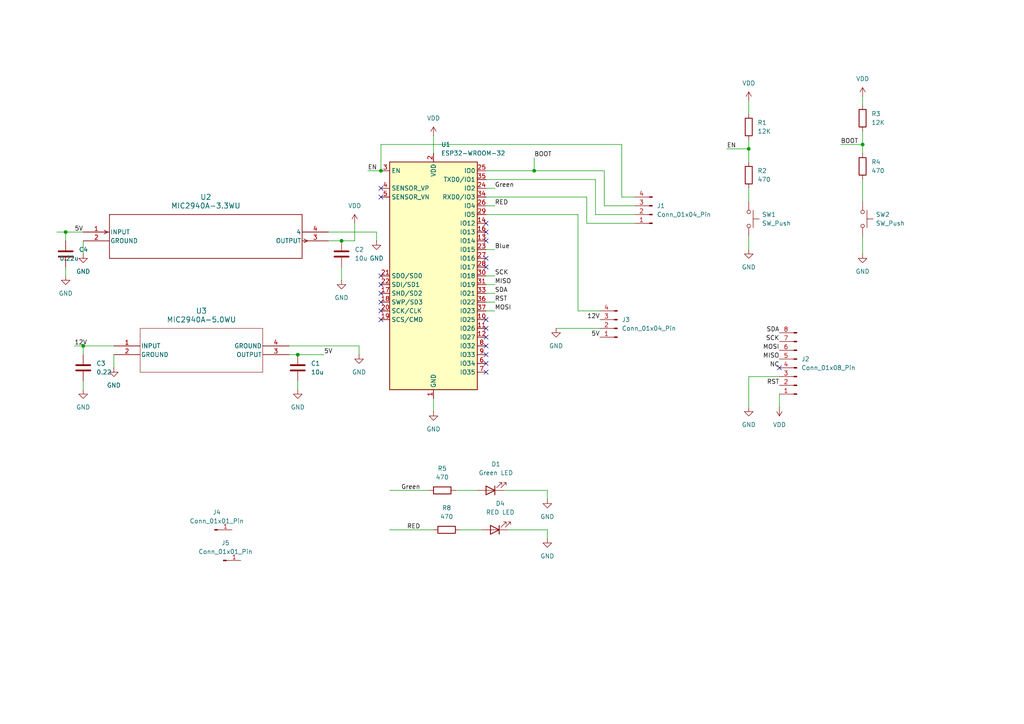
<source format=kicad_sch>
(kicad_sch
	(version 20231120)
	(generator "eeschema")
	(generator_version "8.0")
	(uuid "989c01fe-1678-4fcb-aefc-9d9db1b8ef86")
	(paper "A4")
	(lib_symbols
		(symbol "2024-11-16_07-29-21:MIC2940A-3.3WU"
			(pin_names
				(offset 0.254)
			)
			(exclude_from_sim no)
			(in_bom yes)
			(on_board yes)
			(property "Reference" "U"
				(at 35.56 10.16 0)
				(effects
					(font
						(size 1.524 1.524)
					)
				)
			)
			(property "Value" "MIC2940A-3.3WU"
				(at 35.56 7.62 0)
				(effects
					(font
						(size 1.524 1.524)
					)
				)
			)
			(property "Footprint" "TO-263-3_MCL"
				(at 0 0 0)
				(effects
					(font
						(size 1.27 1.27)
						(italic yes)
					)
					(hide yes)
				)
			)
			(property "Datasheet" "MIC2940A-3.3WU"
				(at 0 0 0)
				(effects
					(font
						(size 1.27 1.27)
						(italic yes)
					)
					(hide yes)
				)
			)
			(property "Description" ""
				(at 0 0 0)
				(effects
					(font
						(size 1.27 1.27)
					)
					(hide yes)
				)
			)
			(property "ki_locked" ""
				(at 0 0 0)
				(effects
					(font
						(size 1.27 1.27)
					)
				)
			)
			(property "ki_keywords" "MIC2940A-3.3WU"
				(at 0 0 0)
				(effects
					(font
						(size 1.27 1.27)
					)
					(hide yes)
				)
			)
			(property "ki_fp_filters" "TO-263-3_MCL TO-263-3_MCL-M TO-263-3_MCL-L"
				(at 0 0 0)
				(effects
					(font
						(size 1.27 1.27)
					)
					(hide yes)
				)
			)
			(symbol "MIC2940A-3.3WU_0_1"
				(polyline
					(pts
						(xy 7.0993 0) (xy 6.0579 -0.5207)
					)
					(stroke
						(width 0.2032)
						(type default)
					)
					(fill
						(type none)
					)
				)
				(polyline
					(pts
						(xy 7.0993 0) (xy 6.0579 0.5207)
					)
					(stroke
						(width 0.2032)
						(type default)
					)
					(fill
						(type none)
					)
				)
				(polyline
					(pts
						(xy 7.62 -7.62) (xy 63.5 -7.62)
					)
					(stroke
						(width 0.2032)
						(type default)
					)
					(fill
						(type none)
					)
				)
				(polyline
					(pts
						(xy 7.62 5.08) (xy 7.62 -7.62)
					)
					(stroke
						(width 0.2032)
						(type default)
					)
					(fill
						(type none)
					)
				)
				(polyline
					(pts
						(xy 63.5 -7.62) (xy 63.5 5.08)
					)
					(stroke
						(width 0.2032)
						(type default)
					)
					(fill
						(type none)
					)
				)
				(polyline
					(pts
						(xy 63.5 5.08) (xy 7.62 5.08)
					)
					(stroke
						(width 0.2032)
						(type default)
					)
					(fill
						(type none)
					)
				)
				(polyline
					(pts
						(xy 64.0207 -3.0607) (xy 65.0621 -2.54)
					)
					(stroke
						(width 0.2032)
						(type default)
					)
					(fill
						(type none)
					)
				)
				(polyline
					(pts
						(xy 64.0207 -2.0193) (xy 65.0621 -2.54)
					)
					(stroke
						(width 0.2032)
						(type default)
					)
					(fill
						(type none)
					)
				)
				(pin input line
					(at 0 0 0)
					(length 7.62)
					(name "INPUT"
						(effects
							(font
								(size 1.27 1.27)
							)
						)
					)
					(number "1"
						(effects
							(font
								(size 1.27 1.27)
							)
						)
					)
				)
				(pin power_in line
					(at 0 -2.54 0)
					(length 7.62)
					(name "GROUND"
						(effects
							(font
								(size 1.27 1.27)
							)
						)
					)
					(number "2"
						(effects
							(font
								(size 1.27 1.27)
							)
						)
					)
				)
				(pin output line
					(at 71.12 -2.54 180)
					(length 7.62)
					(name "OUTPUT"
						(effects
							(font
								(size 1.27 1.27)
							)
						)
					)
					(number "3"
						(effects
							(font
								(size 1.27 1.27)
							)
						)
					)
				)
				(pin unspecified line
					(at 71.12 0 180)
					(length 7.62)
					(name "4"
						(effects
							(font
								(size 1.27 1.27)
							)
						)
					)
					(number "4"
						(effects
							(font
								(size 1.27 1.27)
							)
						)
					)
				)
			)
		)
		(symbol "2024-11-16_09-53-17:MIC2940A-5.0WU"
			(pin_names
				(offset 0.254)
			)
			(exclude_from_sim no)
			(in_bom yes)
			(on_board yes)
			(property "Reference" "U"
				(at 25.4 10.16 0)
				(effects
					(font
						(size 1.524 1.524)
					)
				)
			)
			(property "Value" "MIC2940A-5.0WU"
				(at 25.4 7.62 0)
				(effects
					(font
						(size 1.524 1.524)
					)
				)
			)
			(property "Footprint" "TO263-3LD_MCH"
				(at 0 0 0)
				(effects
					(font
						(size 1.27 1.27)
						(italic yes)
					)
					(hide yes)
				)
			)
			(property "Datasheet" "MIC2940A-5.0WU"
				(at 0 0 0)
				(effects
					(font
						(size 1.27 1.27)
						(italic yes)
					)
					(hide yes)
				)
			)
			(property "Description" ""
				(at 0 0 0)
				(effects
					(font
						(size 1.27 1.27)
					)
					(hide yes)
				)
			)
			(property "ki_locked" ""
				(at 0 0 0)
				(effects
					(font
						(size 1.27 1.27)
					)
				)
			)
			(property "ki_keywords" "MIC2940A-5.0WU"
				(at 0 0 0)
				(effects
					(font
						(size 1.27 1.27)
					)
					(hide yes)
				)
			)
			(property "ki_fp_filters" "TO263-3LD_MCH TO263-3LD_MCH-M TO263-3LD_MCH-L"
				(at 0 0 0)
				(effects
					(font
						(size 1.27 1.27)
					)
					(hide yes)
				)
			)
			(symbol "MIC2940A-5.0WU_0_1"
				(polyline
					(pts
						(xy 7.62 -7.62) (xy 43.18 -7.62)
					)
					(stroke
						(width 0.127)
						(type default)
					)
					(fill
						(type none)
					)
				)
				(polyline
					(pts
						(xy 7.62 5.08) (xy 7.62 -7.62)
					)
					(stroke
						(width 0.127)
						(type default)
					)
					(fill
						(type none)
					)
				)
				(polyline
					(pts
						(xy 43.18 -7.62) (xy 43.18 5.08)
					)
					(stroke
						(width 0.127)
						(type default)
					)
					(fill
						(type none)
					)
				)
				(polyline
					(pts
						(xy 43.18 5.08) (xy 7.62 5.08)
					)
					(stroke
						(width 0.127)
						(type default)
					)
					(fill
						(type none)
					)
				)
				(pin input line
					(at 0 0 0)
					(length 7.62)
					(name "INPUT"
						(effects
							(font
								(size 1.27 1.27)
							)
						)
					)
					(number "1"
						(effects
							(font
								(size 1.27 1.27)
							)
						)
					)
				)
				(pin power_out line
					(at 0 -2.54 0)
					(length 7.62)
					(name "GROUND"
						(effects
							(font
								(size 1.27 1.27)
							)
						)
					)
					(number "2"
						(effects
							(font
								(size 1.27 1.27)
							)
						)
					)
				)
				(pin output line
					(at 50.8 -2.54 180)
					(length 7.62)
					(name "OUTPUT"
						(effects
							(font
								(size 1.27 1.27)
							)
						)
					)
					(number "3"
						(effects
							(font
								(size 1.27 1.27)
							)
						)
					)
				)
				(pin power_out line
					(at 50.8 0 180)
					(length 7.62)
					(name "GROUND"
						(effects
							(font
								(size 1.27 1.27)
							)
						)
					)
					(number "4"
						(effects
							(font
								(size 1.27 1.27)
							)
						)
					)
				)
			)
		)
		(symbol "Connector:Conn_01x01_Pin"
			(pin_names
				(offset 1.016) hide)
			(exclude_from_sim no)
			(in_bom yes)
			(on_board yes)
			(property "Reference" "J"
				(at 0 2.54 0)
				(effects
					(font
						(size 1.27 1.27)
					)
				)
			)
			(property "Value" "Conn_01x01_Pin"
				(at 0 -2.54 0)
				(effects
					(font
						(size 1.27 1.27)
					)
				)
			)
			(property "Footprint" ""
				(at 0 0 0)
				(effects
					(font
						(size 1.27 1.27)
					)
					(hide yes)
				)
			)
			(property "Datasheet" "~"
				(at 0 0 0)
				(effects
					(font
						(size 1.27 1.27)
					)
					(hide yes)
				)
			)
			(property "Description" "Generic connector, single row, 01x01, script generated"
				(at 0 0 0)
				(effects
					(font
						(size 1.27 1.27)
					)
					(hide yes)
				)
			)
			(property "ki_locked" ""
				(at 0 0 0)
				(effects
					(font
						(size 1.27 1.27)
					)
				)
			)
			(property "ki_keywords" "connector"
				(at 0 0 0)
				(effects
					(font
						(size 1.27 1.27)
					)
					(hide yes)
				)
			)
			(property "ki_fp_filters" "Connector*:*_1x??_*"
				(at 0 0 0)
				(effects
					(font
						(size 1.27 1.27)
					)
					(hide yes)
				)
			)
			(symbol "Conn_01x01_Pin_1_1"
				(polyline
					(pts
						(xy 1.27 0) (xy 0.8636 0)
					)
					(stroke
						(width 0.1524)
						(type default)
					)
					(fill
						(type none)
					)
				)
				(rectangle
					(start 0.8636 0.127)
					(end 0 -0.127)
					(stroke
						(width 0.1524)
						(type default)
					)
					(fill
						(type outline)
					)
				)
				(pin passive line
					(at 5.08 0 180)
					(length 3.81)
					(name "Pin_1"
						(effects
							(font
								(size 1.27 1.27)
							)
						)
					)
					(number "1"
						(effects
							(font
								(size 1.27 1.27)
							)
						)
					)
				)
			)
		)
		(symbol "Connector:Conn_01x04_Pin"
			(pin_names
				(offset 1.016) hide)
			(exclude_from_sim no)
			(in_bom yes)
			(on_board yes)
			(property "Reference" "J"
				(at 0 5.08 0)
				(effects
					(font
						(size 1.27 1.27)
					)
				)
			)
			(property "Value" "Conn_01x04_Pin"
				(at 0 -7.62 0)
				(effects
					(font
						(size 1.27 1.27)
					)
				)
			)
			(property "Footprint" ""
				(at 0 0 0)
				(effects
					(font
						(size 1.27 1.27)
					)
					(hide yes)
				)
			)
			(property "Datasheet" "~"
				(at 0 0 0)
				(effects
					(font
						(size 1.27 1.27)
					)
					(hide yes)
				)
			)
			(property "Description" "Generic connector, single row, 01x04, script generated"
				(at 0 0 0)
				(effects
					(font
						(size 1.27 1.27)
					)
					(hide yes)
				)
			)
			(property "ki_locked" ""
				(at 0 0 0)
				(effects
					(font
						(size 1.27 1.27)
					)
				)
			)
			(property "ki_keywords" "connector"
				(at 0 0 0)
				(effects
					(font
						(size 1.27 1.27)
					)
					(hide yes)
				)
			)
			(property "ki_fp_filters" "Connector*:*_1x??_*"
				(at 0 0 0)
				(effects
					(font
						(size 1.27 1.27)
					)
					(hide yes)
				)
			)
			(symbol "Conn_01x04_Pin_1_1"
				(polyline
					(pts
						(xy 1.27 -5.08) (xy 0.8636 -5.08)
					)
					(stroke
						(width 0.1524)
						(type default)
					)
					(fill
						(type none)
					)
				)
				(polyline
					(pts
						(xy 1.27 -2.54) (xy 0.8636 -2.54)
					)
					(stroke
						(width 0.1524)
						(type default)
					)
					(fill
						(type none)
					)
				)
				(polyline
					(pts
						(xy 1.27 0) (xy 0.8636 0)
					)
					(stroke
						(width 0.1524)
						(type default)
					)
					(fill
						(type none)
					)
				)
				(polyline
					(pts
						(xy 1.27 2.54) (xy 0.8636 2.54)
					)
					(stroke
						(width 0.1524)
						(type default)
					)
					(fill
						(type none)
					)
				)
				(rectangle
					(start 0.8636 -4.953)
					(end 0 -5.207)
					(stroke
						(width 0.1524)
						(type default)
					)
					(fill
						(type outline)
					)
				)
				(rectangle
					(start 0.8636 -2.413)
					(end 0 -2.667)
					(stroke
						(width 0.1524)
						(type default)
					)
					(fill
						(type outline)
					)
				)
				(rectangle
					(start 0.8636 0.127)
					(end 0 -0.127)
					(stroke
						(width 0.1524)
						(type default)
					)
					(fill
						(type outline)
					)
				)
				(rectangle
					(start 0.8636 2.667)
					(end 0 2.413)
					(stroke
						(width 0.1524)
						(type default)
					)
					(fill
						(type outline)
					)
				)
				(pin passive line
					(at 5.08 2.54 180)
					(length 3.81)
					(name "Pin_1"
						(effects
							(font
								(size 1.27 1.27)
							)
						)
					)
					(number "1"
						(effects
							(font
								(size 1.27 1.27)
							)
						)
					)
				)
				(pin passive line
					(at 5.08 0 180)
					(length 3.81)
					(name "Pin_2"
						(effects
							(font
								(size 1.27 1.27)
							)
						)
					)
					(number "2"
						(effects
							(font
								(size 1.27 1.27)
							)
						)
					)
				)
				(pin passive line
					(at 5.08 -2.54 180)
					(length 3.81)
					(name "Pin_3"
						(effects
							(font
								(size 1.27 1.27)
							)
						)
					)
					(number "3"
						(effects
							(font
								(size 1.27 1.27)
							)
						)
					)
				)
				(pin passive line
					(at 5.08 -5.08 180)
					(length 3.81)
					(name "Pin_4"
						(effects
							(font
								(size 1.27 1.27)
							)
						)
					)
					(number "4"
						(effects
							(font
								(size 1.27 1.27)
							)
						)
					)
				)
			)
		)
		(symbol "Connector:Conn_01x08_Pin"
			(pin_names
				(offset 1.016) hide)
			(exclude_from_sim no)
			(in_bom yes)
			(on_board yes)
			(property "Reference" "J"
				(at 0 10.16 0)
				(effects
					(font
						(size 1.27 1.27)
					)
				)
			)
			(property "Value" "Conn_01x08_Pin"
				(at 0 -12.7 0)
				(effects
					(font
						(size 1.27 1.27)
					)
				)
			)
			(property "Footprint" ""
				(at 0 0 0)
				(effects
					(font
						(size 1.27 1.27)
					)
					(hide yes)
				)
			)
			(property "Datasheet" "~"
				(at 0 0 0)
				(effects
					(font
						(size 1.27 1.27)
					)
					(hide yes)
				)
			)
			(property "Description" "Generic connector, single row, 01x08, script generated"
				(at 0 0 0)
				(effects
					(font
						(size 1.27 1.27)
					)
					(hide yes)
				)
			)
			(property "ki_locked" ""
				(at 0 0 0)
				(effects
					(font
						(size 1.27 1.27)
					)
				)
			)
			(property "ki_keywords" "connector"
				(at 0 0 0)
				(effects
					(font
						(size 1.27 1.27)
					)
					(hide yes)
				)
			)
			(property "ki_fp_filters" "Connector*:*_1x??_*"
				(at 0 0 0)
				(effects
					(font
						(size 1.27 1.27)
					)
					(hide yes)
				)
			)
			(symbol "Conn_01x08_Pin_1_1"
				(polyline
					(pts
						(xy 1.27 -10.16) (xy 0.8636 -10.16)
					)
					(stroke
						(width 0.1524)
						(type default)
					)
					(fill
						(type none)
					)
				)
				(polyline
					(pts
						(xy 1.27 -7.62) (xy 0.8636 -7.62)
					)
					(stroke
						(width 0.1524)
						(type default)
					)
					(fill
						(type none)
					)
				)
				(polyline
					(pts
						(xy 1.27 -5.08) (xy 0.8636 -5.08)
					)
					(stroke
						(width 0.1524)
						(type default)
					)
					(fill
						(type none)
					)
				)
				(polyline
					(pts
						(xy 1.27 -2.54) (xy 0.8636 -2.54)
					)
					(stroke
						(width 0.1524)
						(type default)
					)
					(fill
						(type none)
					)
				)
				(polyline
					(pts
						(xy 1.27 0) (xy 0.8636 0)
					)
					(stroke
						(width 0.1524)
						(type default)
					)
					(fill
						(type none)
					)
				)
				(polyline
					(pts
						(xy 1.27 2.54) (xy 0.8636 2.54)
					)
					(stroke
						(width 0.1524)
						(type default)
					)
					(fill
						(type none)
					)
				)
				(polyline
					(pts
						(xy 1.27 5.08) (xy 0.8636 5.08)
					)
					(stroke
						(width 0.1524)
						(type default)
					)
					(fill
						(type none)
					)
				)
				(polyline
					(pts
						(xy 1.27 7.62) (xy 0.8636 7.62)
					)
					(stroke
						(width 0.1524)
						(type default)
					)
					(fill
						(type none)
					)
				)
				(rectangle
					(start 0.8636 -10.033)
					(end 0 -10.287)
					(stroke
						(width 0.1524)
						(type default)
					)
					(fill
						(type outline)
					)
				)
				(rectangle
					(start 0.8636 -7.493)
					(end 0 -7.747)
					(stroke
						(width 0.1524)
						(type default)
					)
					(fill
						(type outline)
					)
				)
				(rectangle
					(start 0.8636 -4.953)
					(end 0 -5.207)
					(stroke
						(width 0.1524)
						(type default)
					)
					(fill
						(type outline)
					)
				)
				(rectangle
					(start 0.8636 -2.413)
					(end 0 -2.667)
					(stroke
						(width 0.1524)
						(type default)
					)
					(fill
						(type outline)
					)
				)
				(rectangle
					(start 0.8636 0.127)
					(end 0 -0.127)
					(stroke
						(width 0.1524)
						(type default)
					)
					(fill
						(type outline)
					)
				)
				(rectangle
					(start 0.8636 2.667)
					(end 0 2.413)
					(stroke
						(width 0.1524)
						(type default)
					)
					(fill
						(type outline)
					)
				)
				(rectangle
					(start 0.8636 5.207)
					(end 0 4.953)
					(stroke
						(width 0.1524)
						(type default)
					)
					(fill
						(type outline)
					)
				)
				(rectangle
					(start 0.8636 7.747)
					(end 0 7.493)
					(stroke
						(width 0.1524)
						(type default)
					)
					(fill
						(type outline)
					)
				)
				(pin passive line
					(at 5.08 7.62 180)
					(length 3.81)
					(name "Pin_1"
						(effects
							(font
								(size 1.27 1.27)
							)
						)
					)
					(number "1"
						(effects
							(font
								(size 1.27 1.27)
							)
						)
					)
				)
				(pin passive line
					(at 5.08 5.08 180)
					(length 3.81)
					(name "Pin_2"
						(effects
							(font
								(size 1.27 1.27)
							)
						)
					)
					(number "2"
						(effects
							(font
								(size 1.27 1.27)
							)
						)
					)
				)
				(pin passive line
					(at 5.08 2.54 180)
					(length 3.81)
					(name "Pin_3"
						(effects
							(font
								(size 1.27 1.27)
							)
						)
					)
					(number "3"
						(effects
							(font
								(size 1.27 1.27)
							)
						)
					)
				)
				(pin passive line
					(at 5.08 0 180)
					(length 3.81)
					(name "Pin_4"
						(effects
							(font
								(size 1.27 1.27)
							)
						)
					)
					(number "4"
						(effects
							(font
								(size 1.27 1.27)
							)
						)
					)
				)
				(pin passive line
					(at 5.08 -2.54 180)
					(length 3.81)
					(name "Pin_5"
						(effects
							(font
								(size 1.27 1.27)
							)
						)
					)
					(number "5"
						(effects
							(font
								(size 1.27 1.27)
							)
						)
					)
				)
				(pin passive line
					(at 5.08 -5.08 180)
					(length 3.81)
					(name "Pin_6"
						(effects
							(font
								(size 1.27 1.27)
							)
						)
					)
					(number "6"
						(effects
							(font
								(size 1.27 1.27)
							)
						)
					)
				)
				(pin passive line
					(at 5.08 -7.62 180)
					(length 3.81)
					(name "Pin_7"
						(effects
							(font
								(size 1.27 1.27)
							)
						)
					)
					(number "7"
						(effects
							(font
								(size 1.27 1.27)
							)
						)
					)
				)
				(pin passive line
					(at 5.08 -10.16 180)
					(length 3.81)
					(name "Pin_8"
						(effects
							(font
								(size 1.27 1.27)
							)
						)
					)
					(number "8"
						(effects
							(font
								(size 1.27 1.27)
							)
						)
					)
				)
			)
		)
		(symbol "Device:C"
			(pin_numbers hide)
			(pin_names
				(offset 0.254)
			)
			(exclude_from_sim no)
			(in_bom yes)
			(on_board yes)
			(property "Reference" "C"
				(at 0.635 2.54 0)
				(effects
					(font
						(size 1.27 1.27)
					)
					(justify left)
				)
			)
			(property "Value" "C"
				(at 0.635 -2.54 0)
				(effects
					(font
						(size 1.27 1.27)
					)
					(justify left)
				)
			)
			(property "Footprint" ""
				(at 0.9652 -3.81 0)
				(effects
					(font
						(size 1.27 1.27)
					)
					(hide yes)
				)
			)
			(property "Datasheet" "~"
				(at 0 0 0)
				(effects
					(font
						(size 1.27 1.27)
					)
					(hide yes)
				)
			)
			(property "Description" "Unpolarized capacitor"
				(at 0 0 0)
				(effects
					(font
						(size 1.27 1.27)
					)
					(hide yes)
				)
			)
			(property "ki_keywords" "cap capacitor"
				(at 0 0 0)
				(effects
					(font
						(size 1.27 1.27)
					)
					(hide yes)
				)
			)
			(property "ki_fp_filters" "C_*"
				(at 0 0 0)
				(effects
					(font
						(size 1.27 1.27)
					)
					(hide yes)
				)
			)
			(symbol "C_0_1"
				(polyline
					(pts
						(xy -2.032 -0.762) (xy 2.032 -0.762)
					)
					(stroke
						(width 0.508)
						(type default)
					)
					(fill
						(type none)
					)
				)
				(polyline
					(pts
						(xy -2.032 0.762) (xy 2.032 0.762)
					)
					(stroke
						(width 0.508)
						(type default)
					)
					(fill
						(type none)
					)
				)
			)
			(symbol "C_1_1"
				(pin passive line
					(at 0 3.81 270)
					(length 2.794)
					(name "~"
						(effects
							(font
								(size 1.27 1.27)
							)
						)
					)
					(number "1"
						(effects
							(font
								(size 1.27 1.27)
							)
						)
					)
				)
				(pin passive line
					(at 0 -3.81 90)
					(length 2.794)
					(name "~"
						(effects
							(font
								(size 1.27 1.27)
							)
						)
					)
					(number "2"
						(effects
							(font
								(size 1.27 1.27)
							)
						)
					)
				)
			)
		)
		(symbol "Device:LED"
			(pin_numbers hide)
			(pin_names
				(offset 1.016) hide)
			(exclude_from_sim no)
			(in_bom yes)
			(on_board yes)
			(property "Reference" "D"
				(at 0 2.54 0)
				(effects
					(font
						(size 1.27 1.27)
					)
				)
			)
			(property "Value" "LED"
				(at 0 -2.54 0)
				(effects
					(font
						(size 1.27 1.27)
					)
				)
			)
			(property "Footprint" ""
				(at 0 0 0)
				(effects
					(font
						(size 1.27 1.27)
					)
					(hide yes)
				)
			)
			(property "Datasheet" "~"
				(at 0 0 0)
				(effects
					(font
						(size 1.27 1.27)
					)
					(hide yes)
				)
			)
			(property "Description" "Light emitting diode"
				(at 0 0 0)
				(effects
					(font
						(size 1.27 1.27)
					)
					(hide yes)
				)
			)
			(property "ki_keywords" "LED diode"
				(at 0 0 0)
				(effects
					(font
						(size 1.27 1.27)
					)
					(hide yes)
				)
			)
			(property "ki_fp_filters" "LED* LED_SMD:* LED_THT:*"
				(at 0 0 0)
				(effects
					(font
						(size 1.27 1.27)
					)
					(hide yes)
				)
			)
			(symbol "LED_0_1"
				(polyline
					(pts
						(xy -1.27 -1.27) (xy -1.27 1.27)
					)
					(stroke
						(width 0.254)
						(type default)
					)
					(fill
						(type none)
					)
				)
				(polyline
					(pts
						(xy -1.27 0) (xy 1.27 0)
					)
					(stroke
						(width 0)
						(type default)
					)
					(fill
						(type none)
					)
				)
				(polyline
					(pts
						(xy 1.27 -1.27) (xy 1.27 1.27) (xy -1.27 0) (xy 1.27 -1.27)
					)
					(stroke
						(width 0.254)
						(type default)
					)
					(fill
						(type none)
					)
				)
				(polyline
					(pts
						(xy -3.048 -0.762) (xy -4.572 -2.286) (xy -3.81 -2.286) (xy -4.572 -2.286) (xy -4.572 -1.524)
					)
					(stroke
						(width 0)
						(type default)
					)
					(fill
						(type none)
					)
				)
				(polyline
					(pts
						(xy -1.778 -0.762) (xy -3.302 -2.286) (xy -2.54 -2.286) (xy -3.302 -2.286) (xy -3.302 -1.524)
					)
					(stroke
						(width 0)
						(type default)
					)
					(fill
						(type none)
					)
				)
			)
			(symbol "LED_1_1"
				(pin passive line
					(at -3.81 0 0)
					(length 2.54)
					(name "K"
						(effects
							(font
								(size 1.27 1.27)
							)
						)
					)
					(number "1"
						(effects
							(font
								(size 1.27 1.27)
							)
						)
					)
				)
				(pin passive line
					(at 3.81 0 180)
					(length 2.54)
					(name "A"
						(effects
							(font
								(size 1.27 1.27)
							)
						)
					)
					(number "2"
						(effects
							(font
								(size 1.27 1.27)
							)
						)
					)
				)
			)
		)
		(symbol "Device:R"
			(pin_numbers hide)
			(pin_names
				(offset 0)
			)
			(exclude_from_sim no)
			(in_bom yes)
			(on_board yes)
			(property "Reference" "R"
				(at 2.032 0 90)
				(effects
					(font
						(size 1.27 1.27)
					)
				)
			)
			(property "Value" "R"
				(at 0 0 90)
				(effects
					(font
						(size 1.27 1.27)
					)
				)
			)
			(property "Footprint" ""
				(at -1.778 0 90)
				(effects
					(font
						(size 1.27 1.27)
					)
					(hide yes)
				)
			)
			(property "Datasheet" "~"
				(at 0 0 0)
				(effects
					(font
						(size 1.27 1.27)
					)
					(hide yes)
				)
			)
			(property "Description" "Resistor"
				(at 0 0 0)
				(effects
					(font
						(size 1.27 1.27)
					)
					(hide yes)
				)
			)
			(property "ki_keywords" "R res resistor"
				(at 0 0 0)
				(effects
					(font
						(size 1.27 1.27)
					)
					(hide yes)
				)
			)
			(property "ki_fp_filters" "R_*"
				(at 0 0 0)
				(effects
					(font
						(size 1.27 1.27)
					)
					(hide yes)
				)
			)
			(symbol "R_0_1"
				(rectangle
					(start -1.016 -2.54)
					(end 1.016 2.54)
					(stroke
						(width 0.254)
						(type default)
					)
					(fill
						(type none)
					)
				)
			)
			(symbol "R_1_1"
				(pin passive line
					(at 0 3.81 270)
					(length 1.27)
					(name "~"
						(effects
							(font
								(size 1.27 1.27)
							)
						)
					)
					(number "1"
						(effects
							(font
								(size 1.27 1.27)
							)
						)
					)
				)
				(pin passive line
					(at 0 -3.81 90)
					(length 1.27)
					(name "~"
						(effects
							(font
								(size 1.27 1.27)
							)
						)
					)
					(number "2"
						(effects
							(font
								(size 1.27 1.27)
							)
						)
					)
				)
			)
		)
		(symbol "RF_Module:ESP32-WROOM-32"
			(exclude_from_sim no)
			(in_bom yes)
			(on_board yes)
			(property "Reference" "U"
				(at -12.7 34.29 0)
				(effects
					(font
						(size 1.27 1.27)
					)
					(justify left)
				)
			)
			(property "Value" "ESP32-WROOM-32"
				(at 1.27 34.29 0)
				(effects
					(font
						(size 1.27 1.27)
					)
					(justify left)
				)
			)
			(property "Footprint" "RF_Module:ESP32-WROOM-32"
				(at 0 -38.1 0)
				(effects
					(font
						(size 1.27 1.27)
					)
					(hide yes)
				)
			)
			(property "Datasheet" "https://www.espressif.com/sites/default/files/documentation/esp32-wroom-32_datasheet_en.pdf"
				(at -7.62 1.27 0)
				(effects
					(font
						(size 1.27 1.27)
					)
					(hide yes)
				)
			)
			(property "Description" "RF Module, ESP32-D0WDQ6 SoC, Wi-Fi 802.11b/g/n, Bluetooth, BLE, 32-bit, 2.7-3.6V, onboard antenna, SMD"
				(at 0 0 0)
				(effects
					(font
						(size 1.27 1.27)
					)
					(hide yes)
				)
			)
			(property "ki_keywords" "RF Radio BT ESP ESP32 Espressif onboard PCB antenna"
				(at 0 0 0)
				(effects
					(font
						(size 1.27 1.27)
					)
					(hide yes)
				)
			)
			(property "ki_fp_filters" "ESP32?WROOM?32*"
				(at 0 0 0)
				(effects
					(font
						(size 1.27 1.27)
					)
					(hide yes)
				)
			)
			(symbol "ESP32-WROOM-32_0_1"
				(rectangle
					(start -12.7 33.02)
					(end 12.7 -33.02)
					(stroke
						(width 0.254)
						(type default)
					)
					(fill
						(type background)
					)
				)
			)
			(symbol "ESP32-WROOM-32_1_1"
				(pin power_in line
					(at 0 -35.56 90)
					(length 2.54)
					(name "GND"
						(effects
							(font
								(size 1.27 1.27)
							)
						)
					)
					(number "1"
						(effects
							(font
								(size 1.27 1.27)
							)
						)
					)
				)
				(pin bidirectional line
					(at 15.24 -12.7 180)
					(length 2.54)
					(name "IO25"
						(effects
							(font
								(size 1.27 1.27)
							)
						)
					)
					(number "10"
						(effects
							(font
								(size 1.27 1.27)
							)
						)
					)
				)
				(pin bidirectional line
					(at 15.24 -15.24 180)
					(length 2.54)
					(name "IO26"
						(effects
							(font
								(size 1.27 1.27)
							)
						)
					)
					(number "11"
						(effects
							(font
								(size 1.27 1.27)
							)
						)
					)
				)
				(pin bidirectional line
					(at 15.24 -17.78 180)
					(length 2.54)
					(name "IO27"
						(effects
							(font
								(size 1.27 1.27)
							)
						)
					)
					(number "12"
						(effects
							(font
								(size 1.27 1.27)
							)
						)
					)
				)
				(pin bidirectional line
					(at 15.24 10.16 180)
					(length 2.54)
					(name "IO14"
						(effects
							(font
								(size 1.27 1.27)
							)
						)
					)
					(number "13"
						(effects
							(font
								(size 1.27 1.27)
							)
						)
					)
				)
				(pin bidirectional line
					(at 15.24 15.24 180)
					(length 2.54)
					(name "IO12"
						(effects
							(font
								(size 1.27 1.27)
							)
						)
					)
					(number "14"
						(effects
							(font
								(size 1.27 1.27)
							)
						)
					)
				)
				(pin passive line
					(at 0 -35.56 90)
					(length 2.54) hide
					(name "GND"
						(effects
							(font
								(size 1.27 1.27)
							)
						)
					)
					(number "15"
						(effects
							(font
								(size 1.27 1.27)
							)
						)
					)
				)
				(pin bidirectional line
					(at 15.24 12.7 180)
					(length 2.54)
					(name "IO13"
						(effects
							(font
								(size 1.27 1.27)
							)
						)
					)
					(number "16"
						(effects
							(font
								(size 1.27 1.27)
							)
						)
					)
				)
				(pin bidirectional line
					(at -15.24 -5.08 0)
					(length 2.54)
					(name "SHD/SD2"
						(effects
							(font
								(size 1.27 1.27)
							)
						)
					)
					(number "17"
						(effects
							(font
								(size 1.27 1.27)
							)
						)
					)
				)
				(pin bidirectional line
					(at -15.24 -7.62 0)
					(length 2.54)
					(name "SWP/SD3"
						(effects
							(font
								(size 1.27 1.27)
							)
						)
					)
					(number "18"
						(effects
							(font
								(size 1.27 1.27)
							)
						)
					)
				)
				(pin bidirectional line
					(at -15.24 -12.7 0)
					(length 2.54)
					(name "SCS/CMD"
						(effects
							(font
								(size 1.27 1.27)
							)
						)
					)
					(number "19"
						(effects
							(font
								(size 1.27 1.27)
							)
						)
					)
				)
				(pin power_in line
					(at 0 35.56 270)
					(length 2.54)
					(name "VDD"
						(effects
							(font
								(size 1.27 1.27)
							)
						)
					)
					(number "2"
						(effects
							(font
								(size 1.27 1.27)
							)
						)
					)
				)
				(pin bidirectional line
					(at -15.24 -10.16 0)
					(length 2.54)
					(name "SCK/CLK"
						(effects
							(font
								(size 1.27 1.27)
							)
						)
					)
					(number "20"
						(effects
							(font
								(size 1.27 1.27)
							)
						)
					)
				)
				(pin bidirectional line
					(at -15.24 0 0)
					(length 2.54)
					(name "SDO/SD0"
						(effects
							(font
								(size 1.27 1.27)
							)
						)
					)
					(number "21"
						(effects
							(font
								(size 1.27 1.27)
							)
						)
					)
				)
				(pin bidirectional line
					(at -15.24 -2.54 0)
					(length 2.54)
					(name "SDI/SD1"
						(effects
							(font
								(size 1.27 1.27)
							)
						)
					)
					(number "22"
						(effects
							(font
								(size 1.27 1.27)
							)
						)
					)
				)
				(pin bidirectional line
					(at 15.24 7.62 180)
					(length 2.54)
					(name "IO15"
						(effects
							(font
								(size 1.27 1.27)
							)
						)
					)
					(number "23"
						(effects
							(font
								(size 1.27 1.27)
							)
						)
					)
				)
				(pin bidirectional line
					(at 15.24 25.4 180)
					(length 2.54)
					(name "IO2"
						(effects
							(font
								(size 1.27 1.27)
							)
						)
					)
					(number "24"
						(effects
							(font
								(size 1.27 1.27)
							)
						)
					)
				)
				(pin bidirectional line
					(at 15.24 30.48 180)
					(length 2.54)
					(name "IO0"
						(effects
							(font
								(size 1.27 1.27)
							)
						)
					)
					(number "25"
						(effects
							(font
								(size 1.27 1.27)
							)
						)
					)
				)
				(pin bidirectional line
					(at 15.24 20.32 180)
					(length 2.54)
					(name "IO4"
						(effects
							(font
								(size 1.27 1.27)
							)
						)
					)
					(number "26"
						(effects
							(font
								(size 1.27 1.27)
							)
						)
					)
				)
				(pin bidirectional line
					(at 15.24 5.08 180)
					(length 2.54)
					(name "IO16"
						(effects
							(font
								(size 1.27 1.27)
							)
						)
					)
					(number "27"
						(effects
							(font
								(size 1.27 1.27)
							)
						)
					)
				)
				(pin bidirectional line
					(at 15.24 2.54 180)
					(length 2.54)
					(name "IO17"
						(effects
							(font
								(size 1.27 1.27)
							)
						)
					)
					(number "28"
						(effects
							(font
								(size 1.27 1.27)
							)
						)
					)
				)
				(pin bidirectional line
					(at 15.24 17.78 180)
					(length 2.54)
					(name "IO5"
						(effects
							(font
								(size 1.27 1.27)
							)
						)
					)
					(number "29"
						(effects
							(font
								(size 1.27 1.27)
							)
						)
					)
				)
				(pin input line
					(at -15.24 30.48 0)
					(length 2.54)
					(name "EN"
						(effects
							(font
								(size 1.27 1.27)
							)
						)
					)
					(number "3"
						(effects
							(font
								(size 1.27 1.27)
							)
						)
					)
				)
				(pin bidirectional line
					(at 15.24 0 180)
					(length 2.54)
					(name "IO18"
						(effects
							(font
								(size 1.27 1.27)
							)
						)
					)
					(number "30"
						(effects
							(font
								(size 1.27 1.27)
							)
						)
					)
				)
				(pin bidirectional line
					(at 15.24 -2.54 180)
					(length 2.54)
					(name "IO19"
						(effects
							(font
								(size 1.27 1.27)
							)
						)
					)
					(number "31"
						(effects
							(font
								(size 1.27 1.27)
							)
						)
					)
				)
				(pin no_connect line
					(at -12.7 -27.94 0)
					(length 2.54) hide
					(name "NC"
						(effects
							(font
								(size 1.27 1.27)
							)
						)
					)
					(number "32"
						(effects
							(font
								(size 1.27 1.27)
							)
						)
					)
				)
				(pin bidirectional line
					(at 15.24 -5.08 180)
					(length 2.54)
					(name "IO21"
						(effects
							(font
								(size 1.27 1.27)
							)
						)
					)
					(number "33"
						(effects
							(font
								(size 1.27 1.27)
							)
						)
					)
				)
				(pin bidirectional line
					(at 15.24 22.86 180)
					(length 2.54)
					(name "RXD0/IO3"
						(effects
							(font
								(size 1.27 1.27)
							)
						)
					)
					(number "34"
						(effects
							(font
								(size 1.27 1.27)
							)
						)
					)
				)
				(pin bidirectional line
					(at 15.24 27.94 180)
					(length 2.54)
					(name "TXD0/IO1"
						(effects
							(font
								(size 1.27 1.27)
							)
						)
					)
					(number "35"
						(effects
							(font
								(size 1.27 1.27)
							)
						)
					)
				)
				(pin bidirectional line
					(at 15.24 -7.62 180)
					(length 2.54)
					(name "IO22"
						(effects
							(font
								(size 1.27 1.27)
							)
						)
					)
					(number "36"
						(effects
							(font
								(size 1.27 1.27)
							)
						)
					)
				)
				(pin bidirectional line
					(at 15.24 -10.16 180)
					(length 2.54)
					(name "IO23"
						(effects
							(font
								(size 1.27 1.27)
							)
						)
					)
					(number "37"
						(effects
							(font
								(size 1.27 1.27)
							)
						)
					)
				)
				(pin passive line
					(at 0 -35.56 90)
					(length 2.54) hide
					(name "GND"
						(effects
							(font
								(size 1.27 1.27)
							)
						)
					)
					(number "38"
						(effects
							(font
								(size 1.27 1.27)
							)
						)
					)
				)
				(pin passive line
					(at 0 -35.56 90)
					(length 2.54) hide
					(name "GND"
						(effects
							(font
								(size 1.27 1.27)
							)
						)
					)
					(number "39"
						(effects
							(font
								(size 1.27 1.27)
							)
						)
					)
				)
				(pin input line
					(at -15.24 25.4 0)
					(length 2.54)
					(name "SENSOR_VP"
						(effects
							(font
								(size 1.27 1.27)
							)
						)
					)
					(number "4"
						(effects
							(font
								(size 1.27 1.27)
							)
						)
					)
				)
				(pin input line
					(at -15.24 22.86 0)
					(length 2.54)
					(name "SENSOR_VN"
						(effects
							(font
								(size 1.27 1.27)
							)
						)
					)
					(number "5"
						(effects
							(font
								(size 1.27 1.27)
							)
						)
					)
				)
				(pin input line
					(at 15.24 -25.4 180)
					(length 2.54)
					(name "IO34"
						(effects
							(font
								(size 1.27 1.27)
							)
						)
					)
					(number "6"
						(effects
							(font
								(size 1.27 1.27)
							)
						)
					)
				)
				(pin input line
					(at 15.24 -27.94 180)
					(length 2.54)
					(name "IO35"
						(effects
							(font
								(size 1.27 1.27)
							)
						)
					)
					(number "7"
						(effects
							(font
								(size 1.27 1.27)
							)
						)
					)
				)
				(pin bidirectional line
					(at 15.24 -20.32 180)
					(length 2.54)
					(name "IO32"
						(effects
							(font
								(size 1.27 1.27)
							)
						)
					)
					(number "8"
						(effects
							(font
								(size 1.27 1.27)
							)
						)
					)
				)
				(pin bidirectional line
					(at 15.24 -22.86 180)
					(length 2.54)
					(name "IO33"
						(effects
							(font
								(size 1.27 1.27)
							)
						)
					)
					(number "9"
						(effects
							(font
								(size 1.27 1.27)
							)
						)
					)
				)
			)
		)
		(symbol "Switch:SW_Push"
			(pin_numbers hide)
			(pin_names
				(offset 1.016) hide)
			(exclude_from_sim no)
			(in_bom yes)
			(on_board yes)
			(property "Reference" "SW"
				(at 1.27 2.54 0)
				(effects
					(font
						(size 1.27 1.27)
					)
					(justify left)
				)
			)
			(property "Value" "SW_Push"
				(at 0 -1.524 0)
				(effects
					(font
						(size 1.27 1.27)
					)
				)
			)
			(property "Footprint" ""
				(at 0 5.08 0)
				(effects
					(font
						(size 1.27 1.27)
					)
					(hide yes)
				)
			)
			(property "Datasheet" "~"
				(at 0 5.08 0)
				(effects
					(font
						(size 1.27 1.27)
					)
					(hide yes)
				)
			)
			(property "Description" "Push button switch, generic, two pins"
				(at 0 0 0)
				(effects
					(font
						(size 1.27 1.27)
					)
					(hide yes)
				)
			)
			(property "ki_keywords" "switch normally-open pushbutton push-button"
				(at 0 0 0)
				(effects
					(font
						(size 1.27 1.27)
					)
					(hide yes)
				)
			)
			(symbol "SW_Push_0_1"
				(circle
					(center -2.032 0)
					(radius 0.508)
					(stroke
						(width 0)
						(type default)
					)
					(fill
						(type none)
					)
				)
				(polyline
					(pts
						(xy 0 1.27) (xy 0 3.048)
					)
					(stroke
						(width 0)
						(type default)
					)
					(fill
						(type none)
					)
				)
				(polyline
					(pts
						(xy 2.54 1.27) (xy -2.54 1.27)
					)
					(stroke
						(width 0)
						(type default)
					)
					(fill
						(type none)
					)
				)
				(circle
					(center 2.032 0)
					(radius 0.508)
					(stroke
						(width 0)
						(type default)
					)
					(fill
						(type none)
					)
				)
				(pin passive line
					(at -5.08 0 0)
					(length 2.54)
					(name "1"
						(effects
							(font
								(size 1.27 1.27)
							)
						)
					)
					(number "1"
						(effects
							(font
								(size 1.27 1.27)
							)
						)
					)
				)
				(pin passive line
					(at 5.08 0 180)
					(length 2.54)
					(name "2"
						(effects
							(font
								(size 1.27 1.27)
							)
						)
					)
					(number "2"
						(effects
							(font
								(size 1.27 1.27)
							)
						)
					)
				)
			)
		)
		(symbol "power:GND"
			(power)
			(pin_numbers hide)
			(pin_names
				(offset 0) hide)
			(exclude_from_sim no)
			(in_bom yes)
			(on_board yes)
			(property "Reference" "#PWR"
				(at 0 -6.35 0)
				(effects
					(font
						(size 1.27 1.27)
					)
					(hide yes)
				)
			)
			(property "Value" "GND"
				(at 0 -3.81 0)
				(effects
					(font
						(size 1.27 1.27)
					)
				)
			)
			(property "Footprint" ""
				(at 0 0 0)
				(effects
					(font
						(size 1.27 1.27)
					)
					(hide yes)
				)
			)
			(property "Datasheet" ""
				(at 0 0 0)
				(effects
					(font
						(size 1.27 1.27)
					)
					(hide yes)
				)
			)
			(property "Description" "Power symbol creates a global label with name \"GND\" , ground"
				(at 0 0 0)
				(effects
					(font
						(size 1.27 1.27)
					)
					(hide yes)
				)
			)
			(property "ki_keywords" "global power"
				(at 0 0 0)
				(effects
					(font
						(size 1.27 1.27)
					)
					(hide yes)
				)
			)
			(symbol "GND_0_1"
				(polyline
					(pts
						(xy 0 0) (xy 0 -1.27) (xy 1.27 -1.27) (xy 0 -2.54) (xy -1.27 -1.27) (xy 0 -1.27)
					)
					(stroke
						(width 0)
						(type default)
					)
					(fill
						(type none)
					)
				)
			)
			(symbol "GND_1_1"
				(pin power_in line
					(at 0 0 270)
					(length 0)
					(name "~"
						(effects
							(font
								(size 1.27 1.27)
							)
						)
					)
					(number "1"
						(effects
							(font
								(size 1.27 1.27)
							)
						)
					)
				)
			)
		)
		(symbol "power:VDD"
			(power)
			(pin_numbers hide)
			(pin_names
				(offset 0) hide)
			(exclude_from_sim no)
			(in_bom yes)
			(on_board yes)
			(property "Reference" "#PWR"
				(at 0 -3.81 0)
				(effects
					(font
						(size 1.27 1.27)
					)
					(hide yes)
				)
			)
			(property "Value" "VDD"
				(at 0 3.556 0)
				(effects
					(font
						(size 1.27 1.27)
					)
				)
			)
			(property "Footprint" ""
				(at 0 0 0)
				(effects
					(font
						(size 1.27 1.27)
					)
					(hide yes)
				)
			)
			(property "Datasheet" ""
				(at 0 0 0)
				(effects
					(font
						(size 1.27 1.27)
					)
					(hide yes)
				)
			)
			(property "Description" "Power symbol creates a global label with name \"VDD\""
				(at 0 0 0)
				(effects
					(font
						(size 1.27 1.27)
					)
					(hide yes)
				)
			)
			(property "ki_keywords" "global power"
				(at 0 0 0)
				(effects
					(font
						(size 1.27 1.27)
					)
					(hide yes)
				)
			)
			(symbol "VDD_0_1"
				(polyline
					(pts
						(xy -0.762 1.27) (xy 0 2.54)
					)
					(stroke
						(width 0)
						(type default)
					)
					(fill
						(type none)
					)
				)
				(polyline
					(pts
						(xy 0 0) (xy 0 2.54)
					)
					(stroke
						(width 0)
						(type default)
					)
					(fill
						(type none)
					)
				)
				(polyline
					(pts
						(xy 0 2.54) (xy 0.762 1.27)
					)
					(stroke
						(width 0)
						(type default)
					)
					(fill
						(type none)
					)
				)
			)
			(symbol "VDD_1_1"
				(pin power_in line
					(at 0 0 90)
					(length 0)
					(name "~"
						(effects
							(font
								(size 1.27 1.27)
							)
						)
					)
					(number "1"
						(effects
							(font
								(size 1.27 1.27)
							)
						)
					)
				)
			)
		)
	)
	(junction
		(at 24.13 100.33)
		(diameter 0)
		(color 0 0 0 0)
		(uuid "0dd025a8-19e4-47a1-941d-e4a6bf8f866e")
	)
	(junction
		(at 110.49 49.53)
		(diameter 0)
		(color 0 0 0 0)
		(uuid "1ce1043e-e9b0-426b-8187-761c238c308b")
	)
	(junction
		(at 250.19 41.91)
		(diameter 0)
		(color 0 0 0 0)
		(uuid "39923109-93af-4080-b368-0bb9f606d5eb")
	)
	(junction
		(at 154.94 49.53)
		(diameter 0)
		(color 0 0 0 0)
		(uuid "43f413f8-b00d-468f-b063-30f895e5715a")
	)
	(junction
		(at 19.05 67.31)
		(diameter 0)
		(color 0 0 0 0)
		(uuid "63d408b4-874d-4bd3-b3ee-2da3d130cf5e")
	)
	(junction
		(at 99.06 69.85)
		(diameter 0)
		(color 0 0 0 0)
		(uuid "7d3e2db3-e55a-4dd3-af3f-222b8311b3b1")
	)
	(junction
		(at 217.17 43.18)
		(diameter 0)
		(color 0 0 0 0)
		(uuid "e35587fd-db10-4230-b58e-88fe65c68a21")
	)
	(junction
		(at 86.36 102.87)
		(diameter 0)
		(color 0 0 0 0)
		(uuid "f08b05e7-b9d3-4829-9c84-19e85491a37a")
	)
	(no_connect
		(at 140.97 105.41)
		(uuid "17bd446c-d923-45b5-bee7-fc3721b35855")
	)
	(no_connect
		(at 140.97 102.87)
		(uuid "2183ad05-d749-4e46-b28e-8c9bc5a39cb1")
	)
	(no_connect
		(at 110.49 54.61)
		(uuid "2443e92e-4c1c-4595-95b2-e48464ca15a9")
	)
	(no_connect
		(at 140.97 92.71)
		(uuid "2dabd3da-ae06-4145-8333-139febc10ddf")
	)
	(no_connect
		(at 140.97 74.93)
		(uuid "32c507e9-7e4d-4796-bec7-af55580df68a")
	)
	(no_connect
		(at 140.97 64.77)
		(uuid "3765a724-48d2-440e-b6b9-34fc51337e80")
	)
	(no_connect
		(at 140.97 77.47)
		(uuid "4e274df1-62cb-4177-8e29-db579f50c60a")
	)
	(no_connect
		(at 110.49 80.01)
		(uuid "7d288400-1dc0-4d98-8f26-dcc98c93a88b")
	)
	(no_connect
		(at 110.49 90.17)
		(uuid "ae8b05d7-bd4b-4c3d-8112-c8198e63fbb1")
	)
	(no_connect
		(at 140.97 100.33)
		(uuid "b4f3d5ab-4b63-4348-87f5-327c40617100")
	)
	(no_connect
		(at 140.97 69.85)
		(uuid "b65ae018-0467-437e-b2e6-694f1614ff00")
	)
	(no_connect
		(at 110.49 92.71)
		(uuid "bb28fc1c-7cc6-4bfd-af78-6d3d0ded5c39")
	)
	(no_connect
		(at 140.97 95.25)
		(uuid "c268c087-64ff-4c02-99ff-89e483068a94")
	)
	(no_connect
		(at 110.49 57.15)
		(uuid "c3c2d037-7ccb-4f35-9da1-5fb383a13064")
	)
	(no_connect
		(at 140.97 67.31)
		(uuid "c9839c63-4ce7-47e5-ba1a-dbf6b14b502c")
	)
	(no_connect
		(at 140.97 107.95)
		(uuid "cb7f983d-f1cb-4818-98fe-de3a27727023")
	)
	(no_connect
		(at 226.06 106.68)
		(uuid "cff03e80-2dc9-4e52-8f9f-d5b9944f1401")
	)
	(no_connect
		(at 140.97 97.79)
		(uuid "d5376406-b753-4fdd-947f-4b0f0b1ee6e3")
	)
	(no_connect
		(at 110.49 82.55)
		(uuid "d86ee5c1-f8da-498a-9bb8-f77603adf02c")
	)
	(no_connect
		(at 110.49 87.63)
		(uuid "de3ec28d-96c8-46d5-b711-1b0f0d7667a4")
	)
	(no_connect
		(at 110.49 85.09)
		(uuid "f57b9d6d-0af5-4379-8b26-c7045e6afa04")
	)
	(wire
		(pts
			(xy 24.13 110.49) (xy 24.13 113.03)
		)
		(stroke
			(width 0)
			(type default)
		)
		(uuid "004c30b7-500c-4b79-a080-02f7049928c7")
	)
	(wire
		(pts
			(xy 33.02 100.33) (xy 24.13 100.33)
		)
		(stroke
			(width 0)
			(type default)
		)
		(uuid "0853121d-fee7-416b-8d11-3ee8042a6169")
	)
	(wire
		(pts
			(xy 140.97 52.07) (xy 172.72 52.07)
		)
		(stroke
			(width 0)
			(type default)
		)
		(uuid "1215ef45-a34f-46c3-91a7-7e85b2400e74")
	)
	(wire
		(pts
			(xy 21.59 100.33) (xy 24.13 100.33)
		)
		(stroke
			(width 0)
			(type default)
		)
		(uuid "138a5a7c-d1a7-4133-ab9f-729c4390e208")
	)
	(wire
		(pts
			(xy 110.49 41.91) (xy 110.49 49.53)
		)
		(stroke
			(width 0)
			(type default)
		)
		(uuid "13f0d153-50fe-4c22-84ff-43f012033421")
	)
	(wire
		(pts
			(xy 24.13 100.33) (xy 24.13 102.87)
		)
		(stroke
			(width 0)
			(type default)
		)
		(uuid "1a0d8867-0234-4205-8c7b-5bc91afb9482")
	)
	(wire
		(pts
			(xy 33.02 102.87) (xy 33.02 106.68)
		)
		(stroke
			(width 0)
			(type default)
		)
		(uuid "1ef1e5a3-089c-400d-b0f4-644e71ddb373")
	)
	(wire
		(pts
			(xy 113.03 142.24) (xy 124.46 142.24)
		)
		(stroke
			(width 0)
			(type default)
		)
		(uuid "2034b0cd-6b27-4ef4-be63-04d239da40c6")
	)
	(wire
		(pts
			(xy 217.17 109.22) (xy 217.17 118.11)
		)
		(stroke
			(width 0)
			(type default)
		)
		(uuid "27990f6f-53a0-469a-aa98-24e3799cc076")
	)
	(wire
		(pts
			(xy 170.18 64.77) (xy 184.15 64.77)
		)
		(stroke
			(width 0)
			(type default)
		)
		(uuid "2a45bc0a-9c0b-435d-b097-308585e55709")
	)
	(wire
		(pts
			(xy 147.32 153.67) (xy 158.75 153.67)
		)
		(stroke
			(width 0)
			(type default)
		)
		(uuid "2d1907f3-a605-4d58-8a1c-b5a292eee5f5")
	)
	(wire
		(pts
			(xy 250.19 38.1) (xy 250.19 41.91)
		)
		(stroke
			(width 0)
			(type default)
		)
		(uuid "2da10233-1262-4bfa-9f4f-436302c04eda")
	)
	(wire
		(pts
			(xy 217.17 43.18) (xy 217.17 46.99)
		)
		(stroke
			(width 0)
			(type default)
		)
		(uuid "365cbecb-2b7f-49e6-8a60-9481eb5ef5a7")
	)
	(wire
		(pts
			(xy 140.97 54.61) (xy 143.51 54.61)
		)
		(stroke
			(width 0)
			(type default)
		)
		(uuid "37820d2c-2cb4-4ba2-a8fa-0e0e7284bcaf")
	)
	(wire
		(pts
			(xy 226.06 109.22) (xy 217.17 109.22)
		)
		(stroke
			(width 0)
			(type default)
		)
		(uuid "3a7f73f3-10a6-47a9-a77d-85adc710d842")
	)
	(wire
		(pts
			(xy 109.22 67.31) (xy 109.22 69.85)
		)
		(stroke
			(width 0)
			(type default)
		)
		(uuid "3b0ba626-b37c-45df-8e2f-fe0bdeebf042")
	)
	(wire
		(pts
			(xy 180.34 41.91) (xy 180.34 57.15)
		)
		(stroke
			(width 0)
			(type default)
		)
		(uuid "3d9ba1f9-950d-46a2-b85d-2dc81bb756a8")
	)
	(wire
		(pts
			(xy 110.49 41.91) (xy 180.34 41.91)
		)
		(stroke
			(width 0)
			(type default)
		)
		(uuid "3dd3e32f-acbc-4b83-9241-e7c2a4b8949c")
	)
	(wire
		(pts
			(xy 140.97 62.23) (xy 167.64 62.23)
		)
		(stroke
			(width 0)
			(type default)
		)
		(uuid "3e00869a-023b-4800-83c6-105f719a987c")
	)
	(wire
		(pts
			(xy 24.13 69.85) (xy 24.13 73.66)
		)
		(stroke
			(width 0)
			(type default)
		)
		(uuid "42fab3d7-d00d-47ed-8d25-48e40b9c805e")
	)
	(wire
		(pts
			(xy 180.34 57.15) (xy 184.15 57.15)
		)
		(stroke
			(width 0)
			(type default)
		)
		(uuid "487d67e3-a417-450a-a3e9-0d8cc893dbc8")
	)
	(wire
		(pts
			(xy 243.84 41.91) (xy 250.19 41.91)
		)
		(stroke
			(width 0)
			(type default)
		)
		(uuid "52de16ca-cb9a-40e2-8e16-b67282d360f4")
	)
	(wire
		(pts
			(xy 217.17 40.64) (xy 217.17 43.18)
		)
		(stroke
			(width 0)
			(type default)
		)
		(uuid "52eed264-8ee1-4fe4-b1f3-f9a3a3099406")
	)
	(wire
		(pts
			(xy 19.05 77.47) (xy 19.05 80.01)
		)
		(stroke
			(width 0)
			(type default)
		)
		(uuid "53d875c3-2818-40d6-a6cd-f0cfee3fabbb")
	)
	(wire
		(pts
			(xy 125.73 115.57) (xy 125.73 119.38)
		)
		(stroke
			(width 0)
			(type default)
		)
		(uuid "5828f13b-2f5c-43fe-a8c8-3886da0b4bb7")
	)
	(wire
		(pts
			(xy 250.19 27.94) (xy 250.19 30.48)
		)
		(stroke
			(width 0)
			(type default)
		)
		(uuid "5bcd672c-34bb-4633-a009-e8440e4e28ff")
	)
	(wire
		(pts
			(xy 154.94 49.53) (xy 175.26 49.53)
		)
		(stroke
			(width 0)
			(type default)
		)
		(uuid "5da86da5-27f8-456d-af93-a272bf545a53")
	)
	(wire
		(pts
			(xy 140.97 72.39) (xy 143.51 72.39)
		)
		(stroke
			(width 0)
			(type default)
		)
		(uuid "5e4cea47-6097-4d44-a36c-2bdcf0b01f65")
	)
	(wire
		(pts
			(xy 140.97 87.63) (xy 143.51 87.63)
		)
		(stroke
			(width 0)
			(type default)
		)
		(uuid "601779d8-fef8-4a75-985f-7ee255e64040")
	)
	(wire
		(pts
			(xy 172.72 62.23) (xy 184.15 62.23)
		)
		(stroke
			(width 0)
			(type default)
		)
		(uuid "62f7e318-4dfe-4bba-a25c-83aaab2c72c0")
	)
	(wire
		(pts
			(xy 140.97 59.69) (xy 143.51 59.69)
		)
		(stroke
			(width 0)
			(type default)
		)
		(uuid "642201d2-e345-4feb-8d7f-33e85cf124db")
	)
	(wire
		(pts
			(xy 217.17 68.58) (xy 217.17 72.39)
		)
		(stroke
			(width 0)
			(type default)
		)
		(uuid "66c31e8b-b955-4b8f-a776-2b752f592b4d")
	)
	(wire
		(pts
			(xy 210.82 43.18) (xy 217.17 43.18)
		)
		(stroke
			(width 0)
			(type default)
		)
		(uuid "6b053ec7-4f13-43b1-b458-5a8e8c371cf6")
	)
	(wire
		(pts
			(xy 140.97 90.17) (xy 143.51 90.17)
		)
		(stroke
			(width 0)
			(type default)
		)
		(uuid "6b306732-19b5-4d40-9d5f-6d0e96d82a91")
	)
	(wire
		(pts
			(xy 132.08 142.24) (xy 138.43 142.24)
		)
		(stroke
			(width 0)
			(type default)
		)
		(uuid "6ed5a89f-9476-400c-ab01-032b4508c290")
	)
	(wire
		(pts
			(xy 106.68 49.53) (xy 110.49 49.53)
		)
		(stroke
			(width 0)
			(type default)
		)
		(uuid "73038cd4-887b-4900-89b9-3c8f5f2101f4")
	)
	(wire
		(pts
			(xy 140.97 82.55) (xy 143.51 82.55)
		)
		(stroke
			(width 0)
			(type default)
		)
		(uuid "7765a6b5-93d1-40b5-8c74-d9a9952bb153")
	)
	(wire
		(pts
			(xy 167.64 90.17) (xy 173.99 90.17)
		)
		(stroke
			(width 0)
			(type default)
		)
		(uuid "7955b726-ab6b-4b16-b7d0-81a2ab689852")
	)
	(wire
		(pts
			(xy 104.14 100.33) (xy 104.14 102.87)
		)
		(stroke
			(width 0)
			(type default)
		)
		(uuid "7bc8b9f8-371b-4b6e-8f3b-76d77c34ab47")
	)
	(wire
		(pts
			(xy 86.36 102.87) (xy 93.98 102.87)
		)
		(stroke
			(width 0)
			(type default)
		)
		(uuid "803e6ee7-e543-4957-9902-58e8a71b0e8c")
	)
	(wire
		(pts
			(xy 250.19 52.07) (xy 250.19 58.42)
		)
		(stroke
			(width 0)
			(type default)
		)
		(uuid "80ab17aa-e306-4666-b438-f2841c4406e7")
	)
	(wire
		(pts
			(xy 158.75 153.67) (xy 158.75 156.21)
		)
		(stroke
			(width 0)
			(type default)
		)
		(uuid "85514f91-5d0c-4d68-bb5e-548ef67d2c04")
	)
	(wire
		(pts
			(xy 250.19 68.58) (xy 250.19 73.66)
		)
		(stroke
			(width 0)
			(type default)
		)
		(uuid "85ea2cf8-405d-446d-ac9b-6b0b4b1c4e85")
	)
	(wire
		(pts
			(xy 175.26 49.53) (xy 175.26 59.69)
		)
		(stroke
			(width 0)
			(type default)
		)
		(uuid "8902cba4-36cc-410f-8bba-5fb081fb6353")
	)
	(wire
		(pts
			(xy 99.06 77.47) (xy 99.06 81.28)
		)
		(stroke
			(width 0)
			(type default)
		)
		(uuid "89f963f9-6177-4f45-8e63-61721237d733")
	)
	(wire
		(pts
			(xy 154.94 45.72) (xy 154.94 49.53)
		)
		(stroke
			(width 0)
			(type default)
		)
		(uuid "8f4fd3b8-b030-4bc3-bab0-bb11d4d87304")
	)
	(wire
		(pts
			(xy 83.82 100.33) (xy 104.14 100.33)
		)
		(stroke
			(width 0)
			(type default)
		)
		(uuid "9b2d5e24-ec51-4b7e-9f78-6b7db1950fb6")
	)
	(wire
		(pts
			(xy 217.17 54.61) (xy 217.17 58.42)
		)
		(stroke
			(width 0)
			(type default)
		)
		(uuid "9b877d51-5cf1-4a48-83a8-9875d7d7e736")
	)
	(wire
		(pts
			(xy 158.75 142.24) (xy 158.75 144.78)
		)
		(stroke
			(width 0)
			(type default)
		)
		(uuid "9fa7f050-249b-4aee-be2d-3ef1f5d70a12")
	)
	(wire
		(pts
			(xy 133.35 153.67) (xy 139.7 153.67)
		)
		(stroke
			(width 0)
			(type default)
		)
		(uuid "a62200f2-eba7-41b7-aa9c-5f1a59d3cc3d")
	)
	(wire
		(pts
			(xy 16.51 67.31) (xy 19.05 67.31)
		)
		(stroke
			(width 0)
			(type default)
		)
		(uuid "a657251a-9835-4455-a5d1-7a1b4966261d")
	)
	(wire
		(pts
			(xy 217.17 29.21) (xy 217.17 33.02)
		)
		(stroke
			(width 0)
			(type default)
		)
		(uuid "ab83314f-034c-483c-a852-1170b3664298")
	)
	(wire
		(pts
			(xy 95.25 67.31) (xy 109.22 67.31)
		)
		(stroke
			(width 0)
			(type default)
		)
		(uuid "ab9f4e17-27cd-46a5-9ad1-6b90b350cc02")
	)
	(wire
		(pts
			(xy 102.87 64.77) (xy 102.87 69.85)
		)
		(stroke
			(width 0)
			(type default)
		)
		(uuid "ae28a90d-ca20-435b-a208-713325bb2a4d")
	)
	(wire
		(pts
			(xy 86.36 110.49) (xy 86.36 113.03)
		)
		(stroke
			(width 0)
			(type default)
		)
		(uuid "b08aa9da-f5fe-4306-b4ab-32b21dbafc9a")
	)
	(wire
		(pts
			(xy 24.13 67.31) (xy 19.05 67.31)
		)
		(stroke
			(width 0)
			(type default)
		)
		(uuid "b13c558b-4511-4cff-9c24-e150d380bfc5")
	)
	(wire
		(pts
			(xy 125.73 39.37) (xy 125.73 44.45)
		)
		(stroke
			(width 0)
			(type default)
		)
		(uuid "ba1c047b-b8be-4ed6-8d75-7fc639d3a767")
	)
	(wire
		(pts
			(xy 226.06 114.3) (xy 226.06 118.11)
		)
		(stroke
			(width 0)
			(type default)
		)
		(uuid "c17d890d-3595-4306-b59f-a549b9b47fff")
	)
	(wire
		(pts
			(xy 146.05 142.24) (xy 158.75 142.24)
		)
		(stroke
			(width 0)
			(type default)
		)
		(uuid "c4e810aa-ffd3-405a-b575-561e509081f2")
	)
	(wire
		(pts
			(xy 175.26 59.69) (xy 184.15 59.69)
		)
		(stroke
			(width 0)
			(type default)
		)
		(uuid "c75eb949-338e-4e57-abf6-3a817cff4782")
	)
	(wire
		(pts
			(xy 99.06 69.85) (xy 102.87 69.85)
		)
		(stroke
			(width 0)
			(type default)
		)
		(uuid "d2ba3da2-aa36-4b2d-88d4-62f818eac7ab")
	)
	(wire
		(pts
			(xy 170.18 57.15) (xy 170.18 64.77)
		)
		(stroke
			(width 0)
			(type default)
		)
		(uuid "d39a60ff-94dd-48e9-8fdd-714537313ef0")
	)
	(wire
		(pts
			(xy 19.05 67.31) (xy 19.05 69.85)
		)
		(stroke
			(width 0)
			(type default)
		)
		(uuid "daa8e9f7-8f28-4058-a5bf-f3debc5b2e40")
	)
	(wire
		(pts
			(xy 140.97 85.09) (xy 143.51 85.09)
		)
		(stroke
			(width 0)
			(type default)
		)
		(uuid "e77a5a5f-8603-411a-a804-740cfa58e613")
	)
	(wire
		(pts
			(xy 140.97 80.01) (xy 143.51 80.01)
		)
		(stroke
			(width 0)
			(type default)
		)
		(uuid "e932a6fd-17c1-4abc-b928-8a6b9ada5fb9")
	)
	(wire
		(pts
			(xy 113.03 153.67) (xy 125.73 153.67)
		)
		(stroke
			(width 0)
			(type default)
		)
		(uuid "eb5ca569-e96b-4c68-92d2-bcd0db633126")
	)
	(wire
		(pts
			(xy 140.97 57.15) (xy 170.18 57.15)
		)
		(stroke
			(width 0)
			(type default)
		)
		(uuid "f00e970b-815b-49f1-b7dd-bc17ff758087")
	)
	(wire
		(pts
			(xy 140.97 49.53) (xy 154.94 49.53)
		)
		(stroke
			(width 0)
			(type default)
		)
		(uuid "f087453a-c001-474c-ad96-44e5b5586d11")
	)
	(wire
		(pts
			(xy 95.25 69.85) (xy 99.06 69.85)
		)
		(stroke
			(width 0)
			(type default)
		)
		(uuid "f4ab5af2-30db-468f-9502-075c9c28615a")
	)
	(wire
		(pts
			(xy 250.19 41.91) (xy 250.19 44.45)
		)
		(stroke
			(width 0)
			(type default)
		)
		(uuid "f6480f61-428b-4696-b92e-dc9e065f0d62")
	)
	(wire
		(pts
			(xy 161.29 95.25) (xy 173.99 95.25)
		)
		(stroke
			(width 0)
			(type default)
		)
		(uuid "f6ab4e81-c524-4a3f-bc49-557bcf80f014")
	)
	(wire
		(pts
			(xy 167.64 62.23) (xy 167.64 90.17)
		)
		(stroke
			(width 0)
			(type default)
		)
		(uuid "f7087232-94b3-4d8b-a9fc-55470e826125")
	)
	(wire
		(pts
			(xy 172.72 52.07) (xy 172.72 62.23)
		)
		(stroke
			(width 0)
			(type default)
		)
		(uuid "f80cec7b-93b8-4bf7-b1b8-7814b4db3432")
	)
	(wire
		(pts
			(xy 83.82 102.87) (xy 86.36 102.87)
		)
		(stroke
			(width 0)
			(type default)
		)
		(uuid "fee4c889-e81f-47f5-a84a-dcdb16612831")
	)
	(label "Blue"
		(at 143.51 72.39 0)
		(fields_autoplaced yes)
		(effects
			(font
				(size 1.27 1.27)
			)
			(justify left bottom)
		)
		(uuid "0bb3bbc4-eb56-4e98-8a68-56d8e507fed6")
	)
	(label "EN"
		(at 106.68 49.53 0)
		(fields_autoplaced yes)
		(effects
			(font
				(size 1.27 1.27)
			)
			(justify left bottom)
		)
		(uuid "104a571d-a413-4aa6-8e3d-1b4cfd277efe")
	)
	(label "MISO"
		(at 143.51 82.55 0)
		(fields_autoplaced yes)
		(effects
			(font
				(size 1.27 1.27)
			)
			(justify left bottom)
		)
		(uuid "27e568f7-7449-4c57-ae21-017d09dbf044")
	)
	(label "RED"
		(at 121.92 153.67 180)
		(fields_autoplaced yes)
		(effects
			(font
				(size 1.27 1.27)
			)
			(justify right bottom)
		)
		(uuid "2c250c95-e359-4ed6-abf6-0ed77fa618ab")
	)
	(label "BOOT"
		(at 154.94 45.72 0)
		(fields_autoplaced yes)
		(effects
			(font
				(size 1.27 1.27)
			)
			(justify left bottom)
		)
		(uuid "2ff34a8a-2630-44f0-9eec-f0f317b36873")
	)
	(label "5V"
		(at 173.99 97.79 180)
		(fields_autoplaced yes)
		(effects
			(font
				(size 1.27 1.27)
			)
			(justify right bottom)
		)
		(uuid "364c3300-636f-4798-bed7-6f4edea99d64")
	)
	(label "12V"
		(at 173.99 92.71 180)
		(fields_autoplaced yes)
		(effects
			(font
				(size 1.27 1.27)
			)
			(justify right bottom)
		)
		(uuid "3cd6d075-377a-4bb7-a216-046a755cc0f3")
	)
	(label "RST"
		(at 143.51 87.63 0)
		(fields_autoplaced yes)
		(effects
			(font
				(size 1.27 1.27)
			)
			(justify left bottom)
		)
		(uuid "4a71ebad-7a1d-4bcc-96a3-4c91d1000025")
	)
	(label "Green"
		(at 143.51 54.61 0)
		(fields_autoplaced yes)
		(effects
			(font
				(size 1.27 1.27)
			)
			(justify left bottom)
		)
		(uuid "4ea511bf-dfa8-4605-86e3-ffb27c8f0b5f")
	)
	(label "RST"
		(at 226.06 111.76 180)
		(fields_autoplaced yes)
		(effects
			(font
				(size 1.27 1.27)
			)
			(justify right bottom)
		)
		(uuid "4f1fe10d-2dbd-4e57-b1ef-a4a137b952ed")
	)
	(label "RED"
		(at 143.51 59.69 0)
		(fields_autoplaced yes)
		(effects
			(font
				(size 1.27 1.27)
			)
			(justify left bottom)
		)
		(uuid "5fc664a7-995e-41f0-9fe1-5ac9a1377407")
	)
	(label "SCK"
		(at 143.51 80.01 0)
		(fields_autoplaced yes)
		(effects
			(font
				(size 1.27 1.27)
			)
			(justify left bottom)
		)
		(uuid "68990aef-145d-4d87-a95a-2ebde886e925")
	)
	(label "MISO"
		(at 226.06 104.14 180)
		(fields_autoplaced yes)
		(effects
			(font
				(size 1.27 1.27)
			)
			(justify right bottom)
		)
		(uuid "6a38c328-22ed-4b32-9df2-8cf3e200880d")
	)
	(label "BOOT"
		(at 243.84 41.91 0)
		(fields_autoplaced yes)
		(effects
			(font
				(size 1.27 1.27)
			)
			(justify left bottom)
		)
		(uuid "6af9cbee-e894-4d28-8853-8196ed8412c9")
	)
	(label "EN"
		(at 210.82 43.18 0)
		(fields_autoplaced yes)
		(effects
			(font
				(size 1.27 1.27)
			)
			(justify left bottom)
		)
		(uuid "6fbe7d80-0f77-4c6a-97d5-09fe1250875c")
	)
	(label "5V"
		(at 24.13 67.31 180)
		(fields_autoplaced yes)
		(effects
			(font
				(size 1.27 1.27)
			)
			(justify right bottom)
		)
		(uuid "734c008d-52c0-4197-98fb-95953336605f")
	)
	(label "SDA"
		(at 226.06 96.52 180)
		(fields_autoplaced yes)
		(effects
			(font
				(size 1.27 1.27)
			)
			(justify right bottom)
		)
		(uuid "78223aea-2564-494a-a1ad-e0f78616cec3")
	)
	(label "12V"
		(at 21.59 100.33 0)
		(fields_autoplaced yes)
		(effects
			(font
				(size 1.27 1.27)
			)
			(justify left bottom)
		)
		(uuid "7c8e06a0-560a-4bb0-8540-b5b7d3e9fb73")
	)
	(label "Green"
		(at 121.92 142.24 180)
		(fields_autoplaced yes)
		(effects
			(font
				(size 1.27 1.27)
			)
			(justify right bottom)
		)
		(uuid "86c58360-2bb6-4d6f-94a0-5ec4291574dd")
	)
	(label "5V"
		(at 93.98 102.87 0)
		(fields_autoplaced yes)
		(effects
			(font
				(size 1.27 1.27)
			)
			(justify left bottom)
		)
		(uuid "8fc45550-8fc2-49ef-ae77-7d77da0cee94")
	)
	(label "NC"
		(at 226.06 106.68 180)
		(fields_autoplaced yes)
		(effects
			(font
				(size 1.27 1.27)
			)
			(justify right bottom)
		)
		(uuid "911b7d13-2b52-44df-88f0-f4d605fdf664")
	)
	(label "SCK"
		(at 226.06 99.06 180)
		(fields_autoplaced yes)
		(effects
			(font
				(size 1.27 1.27)
			)
			(justify right bottom)
		)
		(uuid "c1f40bed-bf68-4347-9b29-dd774f8937ad")
	)
	(label "SDA"
		(at 143.51 85.09 0)
		(fields_autoplaced yes)
		(effects
			(font
				(size 1.27 1.27)
			)
			(justify left bottom)
		)
		(uuid "c81fed45-2423-46bb-821f-0add20ba68d3")
	)
	(label "MOSI"
		(at 226.06 101.6 180)
		(fields_autoplaced yes)
		(effects
			(font
				(size 1.27 1.27)
			)
			(justify right bottom)
		)
		(uuid "ea4b6ecd-1ea7-45b0-8655-62e31805e3e6")
	)
	(label "MOSI"
		(at 143.51 90.17 0)
		(fields_autoplaced yes)
		(effects
			(font
				(size 1.27 1.27)
			)
			(justify left bottom)
		)
		(uuid "ef6e4dc4-6707-4355-ab99-b0015e24cf17")
	)
	(symbol
		(lib_id "power:VDD")
		(at 226.06 118.11 180)
		(unit 1)
		(exclude_from_sim no)
		(in_bom yes)
		(on_board yes)
		(dnp no)
		(fields_autoplaced yes)
		(uuid "062bdb41-f428-46fc-916d-f1f80dc01657")
		(property "Reference" "#PWR019"
			(at 226.06 114.3 0)
			(effects
				(font
					(size 1.27 1.27)
				)
				(hide yes)
			)
		)
		(property "Value" "VDD"
			(at 226.06 123.19 0)
			(effects
				(font
					(size 1.27 1.27)
				)
			)
		)
		(property "Footprint" ""
			(at 226.06 118.11 0)
			(effects
				(font
					(size 1.27 1.27)
				)
				(hide yes)
			)
		)
		(property "Datasheet" ""
			(at 226.06 118.11 0)
			(effects
				(font
					(size 1.27 1.27)
				)
				(hide yes)
			)
		)
		(property "Description" "Power symbol creates a global label with name \"VDD\""
			(at 226.06 118.11 0)
			(effects
				(font
					(size 1.27 1.27)
				)
				(hide yes)
			)
		)
		(pin "1"
			(uuid "381737a4-309e-43a8-8144-d96fd76c324e")
		)
		(instances
			(project "RFID_1"
				(path "/989c01fe-1678-4fcb-aefc-9d9db1b8ef86"
					(reference "#PWR019")
					(unit 1)
				)
			)
		)
	)
	(symbol
		(lib_id "Connector:Conn_01x01_Pin")
		(at 62.23 153.67 0)
		(unit 1)
		(exclude_from_sim no)
		(in_bom yes)
		(on_board yes)
		(dnp no)
		(fields_autoplaced yes)
		(uuid "07c5b8fc-4836-4a7f-a4da-f2f3c7092849")
		(property "Reference" "J4"
			(at 62.865 148.59 0)
			(effects
				(font
					(size 1.27 1.27)
				)
			)
		)
		(property "Value" "Conn_01x01_Pin"
			(at 62.865 151.13 0)
			(effects
				(font
					(size 1.27 1.27)
				)
			)
		)
		(property "Footprint" "pad_clearnance_fu:pad_clearancefu"
			(at 62.23 153.67 0)
			(effects
				(font
					(size 1.27 1.27)
				)
				(hide yes)
			)
		)
		(property "Datasheet" "~"
			(at 62.23 153.67 0)
			(effects
				(font
					(size 1.27 1.27)
				)
				(hide yes)
			)
		)
		(property "Description" "Generic connector, single row, 01x01, script generated"
			(at 62.23 153.67 0)
			(effects
				(font
					(size 1.27 1.27)
				)
				(hide yes)
			)
		)
		(pin "1"
			(uuid "355e1f52-439b-46bc-ad1c-9bd607c849bf")
		)
		(instances
			(project "RFID_1"
				(path "/989c01fe-1678-4fcb-aefc-9d9db1b8ef86"
					(reference "J4")
					(unit 1)
				)
			)
		)
	)
	(symbol
		(lib_id "power:GND")
		(at 33.02 106.68 0)
		(unit 1)
		(exclude_from_sim no)
		(in_bom yes)
		(on_board yes)
		(dnp no)
		(fields_autoplaced yes)
		(uuid "106bf9f5-7f2a-4117-b3eb-2e9e8557a332")
		(property "Reference" "#PWR03"
			(at 33.02 113.03 0)
			(effects
				(font
					(size 1.27 1.27)
				)
				(hide yes)
			)
		)
		(property "Value" "GND"
			(at 33.02 111.76 0)
			(effects
				(font
					(size 1.27 1.27)
				)
			)
		)
		(property "Footprint" ""
			(at 33.02 106.68 0)
			(effects
				(font
					(size 1.27 1.27)
				)
				(hide yes)
			)
		)
		(property "Datasheet" ""
			(at 33.02 106.68 0)
			(effects
				(font
					(size 1.27 1.27)
				)
				(hide yes)
			)
		)
		(property "Description" "Power symbol creates a global label with name \"GND\" , ground"
			(at 33.02 106.68 0)
			(effects
				(font
					(size 1.27 1.27)
				)
				(hide yes)
			)
		)
		(pin "1"
			(uuid "fc16125f-d56b-453b-88df-3be4c5ff043e")
		)
		(instances
			(project "RFID_1"
				(path "/989c01fe-1678-4fcb-aefc-9d9db1b8ef86"
					(reference "#PWR03")
					(unit 1)
				)
			)
		)
	)
	(symbol
		(lib_id "power:VDD")
		(at 217.17 29.21 0)
		(unit 1)
		(exclude_from_sim no)
		(in_bom yes)
		(on_board yes)
		(dnp no)
		(fields_autoplaced yes)
		(uuid "250778c7-c96f-4170-930d-a7b132c67883")
		(property "Reference" "#PWR017"
			(at 217.17 33.02 0)
			(effects
				(font
					(size 1.27 1.27)
				)
				(hide yes)
			)
		)
		(property "Value" "VDD"
			(at 217.17 24.13 0)
			(effects
				(font
					(size 1.27 1.27)
				)
			)
		)
		(property "Footprint" ""
			(at 217.17 29.21 0)
			(effects
				(font
					(size 1.27 1.27)
				)
				(hide yes)
			)
		)
		(property "Datasheet" ""
			(at 217.17 29.21 0)
			(effects
				(font
					(size 1.27 1.27)
				)
				(hide yes)
			)
		)
		(property "Description" "Power symbol creates a global label with name \"VDD\""
			(at 217.17 29.21 0)
			(effects
				(font
					(size 1.27 1.27)
				)
				(hide yes)
			)
		)
		(pin "1"
			(uuid "4ebe3252-31cc-4958-9ee6-44439eb72037")
		)
		(instances
			(project "RFID_1"
				(path "/989c01fe-1678-4fcb-aefc-9d9db1b8ef86"
					(reference "#PWR017")
					(unit 1)
				)
			)
		)
	)
	(symbol
		(lib_id "Switch:SW_Push")
		(at 217.17 63.5 270)
		(unit 1)
		(exclude_from_sim no)
		(in_bom yes)
		(on_board yes)
		(dnp no)
		(fields_autoplaced yes)
		(uuid "277a2e13-54ff-495a-bc70-148bfa4f0380")
		(property "Reference" "SW1"
			(at 220.98 62.2299 90)
			(effects
				(font
					(size 1.27 1.27)
				)
				(justify left)
			)
		)
		(property "Value" "SW_Push"
			(at 220.98 64.7699 90)
			(effects
				(font
					(size 1.27 1.27)
				)
				(justify left)
			)
		)
		(property "Footprint" "Button_Switch_SMD:SW_Push_1P1T_NO_6x6mm_H9.5mm"
			(at 222.25 63.5 0)
			(effects
				(font
					(size 1.27 1.27)
				)
				(hide yes)
			)
		)
		(property "Datasheet" "~"
			(at 222.25 63.5 0)
			(effects
				(font
					(size 1.27 1.27)
				)
				(hide yes)
			)
		)
		(property "Description" "Push button switch, generic, two pins"
			(at 217.17 63.5 0)
			(effects
				(font
					(size 1.27 1.27)
				)
				(hide yes)
			)
		)
		(pin "2"
			(uuid "5dffe959-fad0-47f7-bcdf-b4edf418dc40")
		)
		(pin "1"
			(uuid "bb87cac9-ac10-434a-935d-814f696f5907")
		)
		(instances
			(project "RFID_1"
				(path "/989c01fe-1678-4fcb-aefc-9d9db1b8ef86"
					(reference "SW1")
					(unit 1)
				)
			)
		)
	)
	(symbol
		(lib_id "2024-11-16_07-29-21:MIC2940A-3.3WU")
		(at 24.13 67.31 0)
		(unit 1)
		(exclude_from_sim no)
		(in_bom yes)
		(on_board yes)
		(dnp no)
		(fields_autoplaced yes)
		(uuid "2ae3057a-2047-459f-8b91-171ed39c71cc")
		(property "Reference" "U2"
			(at 59.69 57.15 0)
			(effects
				(font
					(size 1.524 1.524)
				)
			)
		)
		(property "Value" "MIC2940A-3.3WU"
			(at 59.69 59.69 0)
			(effects
				(font
					(size 1.524 1.524)
				)
			)
		)
		(property "Footprint" "footprints:TO263-3LD_MCH"
			(at 24.13 67.31 0)
			(effects
				(font
					(size 1.27 1.27)
					(italic yes)
				)
				(hide yes)
			)
		)
		(property "Datasheet" "MIC2940A-3.3WU"
			(at 24.13 67.31 0)
			(effects
				(font
					(size 1.27 1.27)
					(italic yes)
				)
				(hide yes)
			)
		)
		(property "Description" ""
			(at 24.13 67.31 0)
			(effects
				(font
					(size 1.27 1.27)
				)
				(hide yes)
			)
		)
		(pin "4"
			(uuid "ba41e515-78a2-4ee1-a5a0-8056fe0ee503")
		)
		(pin "1"
			(uuid "986b0fb8-53aa-4f8a-b1cc-7dedab2aa5e1")
		)
		(pin "2"
			(uuid "c8565f34-cfc8-45e8-8843-5a5e29e4ba42")
		)
		(pin "3"
			(uuid "df01b66a-69ae-4a0c-9cb6-2697196657f9")
		)
		(instances
			(project "RFID_1"
				(path "/989c01fe-1678-4fcb-aefc-9d9db1b8ef86"
					(reference "U2")
					(unit 1)
				)
			)
		)
	)
	(symbol
		(lib_id "Device:R")
		(at 250.19 34.29 0)
		(unit 1)
		(exclude_from_sim no)
		(in_bom yes)
		(on_board yes)
		(dnp no)
		(fields_autoplaced yes)
		(uuid "3196a91f-f787-410e-b028-a8aa156bfe89")
		(property "Reference" "R3"
			(at 252.73 33.0199 0)
			(effects
				(font
					(size 1.27 1.27)
				)
				(justify left)
			)
		)
		(property "Value" "12K"
			(at 252.73 35.5599 0)
			(effects
				(font
					(size 1.27 1.27)
				)
				(justify left)
			)
		)
		(property "Footprint" "Resistor_SMD:R_0805_2012Metric_Pad1.20x1.40mm_HandSolder"
			(at 248.412 34.29 90)
			(effects
				(font
					(size 1.27 1.27)
				)
				(hide yes)
			)
		)
		(property "Datasheet" "~"
			(at 250.19 34.29 0)
			(effects
				(font
					(size 1.27 1.27)
				)
				(hide yes)
			)
		)
		(property "Description" "Resistor"
			(at 250.19 34.29 0)
			(effects
				(font
					(size 1.27 1.27)
				)
				(hide yes)
			)
		)
		(pin "1"
			(uuid "68b7f6fb-39dd-4209-be79-1739f2eab84a")
		)
		(pin "2"
			(uuid "bdbf0206-bc92-4821-a5a8-9e0f7e3e08a3")
		)
		(instances
			(project "RFID_1"
				(path "/989c01fe-1678-4fcb-aefc-9d9db1b8ef86"
					(reference "R3")
					(unit 1)
				)
			)
		)
	)
	(symbol
		(lib_id "Device:C")
		(at 24.13 106.68 0)
		(unit 1)
		(exclude_from_sim no)
		(in_bom yes)
		(on_board yes)
		(dnp no)
		(fields_autoplaced yes)
		(uuid "3782b479-e6ef-4809-b58e-e871ba8c9bd9")
		(property "Reference" "C3"
			(at 27.94 105.4099 0)
			(effects
				(font
					(size 1.27 1.27)
				)
				(justify left)
			)
		)
		(property "Value" "0.22"
			(at 27.94 107.9499 0)
			(effects
				(font
					(size 1.27 1.27)
				)
				(justify left)
			)
		)
		(property "Footprint" "Capacitor_SMD:C_0805_2012Metric_Pad1.18x1.45mm_HandSolder"
			(at 25.0952 110.49 0)
			(effects
				(font
					(size 1.27 1.27)
				)
				(hide yes)
			)
		)
		(property "Datasheet" "~"
			(at 24.13 106.68 0)
			(effects
				(font
					(size 1.27 1.27)
				)
				(hide yes)
			)
		)
		(property "Description" "Unpolarized capacitor"
			(at 24.13 106.68 0)
			(effects
				(font
					(size 1.27 1.27)
				)
				(hide yes)
			)
		)
		(pin "1"
			(uuid "5f2232b2-23ea-4aa7-b97c-f1f7af3e617a")
		)
		(pin "2"
			(uuid "a5f6afb4-8e4b-4c9a-924d-4d1a316b303a")
		)
		(instances
			(project "RFID_1"
				(path "/989c01fe-1678-4fcb-aefc-9d9db1b8ef86"
					(reference "C3")
					(unit 1)
				)
			)
		)
	)
	(symbol
		(lib_id "power:GND")
		(at 217.17 118.11 0)
		(unit 1)
		(exclude_from_sim no)
		(in_bom yes)
		(on_board yes)
		(dnp no)
		(fields_autoplaced yes)
		(uuid "45966f2b-e990-41c6-9511-4ec5372b552d")
		(property "Reference" "#PWR022"
			(at 217.17 124.46 0)
			(effects
				(font
					(size 1.27 1.27)
				)
				(hide yes)
			)
		)
		(property "Value" "GND"
			(at 217.17 123.19 0)
			(effects
				(font
					(size 1.27 1.27)
				)
			)
		)
		(property "Footprint" ""
			(at 217.17 118.11 0)
			(effects
				(font
					(size 1.27 1.27)
				)
				(hide yes)
			)
		)
		(property "Datasheet" ""
			(at 217.17 118.11 0)
			(effects
				(font
					(size 1.27 1.27)
				)
				(hide yes)
			)
		)
		(property "Description" "Power symbol creates a global label with name \"GND\" , ground"
			(at 217.17 118.11 0)
			(effects
				(font
					(size 1.27 1.27)
				)
				(hide yes)
			)
		)
		(pin "1"
			(uuid "28bb1809-35c4-44b9-b8f3-c44073aa7a57")
		)
		(instances
			(project "RFID_1"
				(path "/989c01fe-1678-4fcb-aefc-9d9db1b8ef86"
					(reference "#PWR022")
					(unit 1)
				)
			)
		)
	)
	(symbol
		(lib_id "Device:R")
		(at 217.17 36.83 0)
		(unit 1)
		(exclude_from_sim no)
		(in_bom yes)
		(on_board yes)
		(dnp no)
		(fields_autoplaced yes)
		(uuid "545cb985-e8b7-4936-9c7b-25bee6249f9b")
		(property "Reference" "R1"
			(at 219.71 35.5599 0)
			(effects
				(font
					(size 1.27 1.27)
				)
				(justify left)
			)
		)
		(property "Value" "12K"
			(at 219.71 38.0999 0)
			(effects
				(font
					(size 1.27 1.27)
				)
				(justify left)
			)
		)
		(property "Footprint" "Resistor_SMD:R_0805_2012Metric_Pad1.20x1.40mm_HandSolder"
			(at 215.392 36.83 90)
			(effects
				(font
					(size 1.27 1.27)
				)
				(hide yes)
			)
		)
		(property "Datasheet" "~"
			(at 217.17 36.83 0)
			(effects
				(font
					(size 1.27 1.27)
				)
				(hide yes)
			)
		)
		(property "Description" "Resistor"
			(at 217.17 36.83 0)
			(effects
				(font
					(size 1.27 1.27)
				)
				(hide yes)
			)
		)
		(pin "1"
			(uuid "875f84ef-bb64-4141-b3d0-1ccdfdbdb158")
		)
		(pin "2"
			(uuid "f48cb4ec-1e53-42f6-99d3-4ae39f5fab13")
		)
		(instances
			(project "RFID_1"
				(path "/989c01fe-1678-4fcb-aefc-9d9db1b8ef86"
					(reference "R1")
					(unit 1)
				)
			)
		)
	)
	(symbol
		(lib_id "Connector:Conn_01x04_Pin")
		(at 179.07 95.25 180)
		(unit 1)
		(exclude_from_sim no)
		(in_bom yes)
		(on_board yes)
		(dnp no)
		(fields_autoplaced yes)
		(uuid "54e837cb-dd9a-44b2-af1d-e0bfbbd0f552")
		(property "Reference" "J3"
			(at 180.34 92.7099 0)
			(effects
				(font
					(size 1.27 1.27)
				)
				(justify right)
			)
		)
		(property "Value" "Conn_01x04_Pin"
			(at 180.34 95.2499 0)
			(effects
				(font
					(size 1.27 1.27)
				)
				(justify right)
			)
		)
		(property "Footprint" "footprints_screw_connector:CONN4_500000G_AMP"
			(at 179.07 95.25 0)
			(effects
				(font
					(size 1.27 1.27)
				)
				(hide yes)
			)
		)
		(property "Datasheet" "~"
			(at 179.07 95.25 0)
			(effects
				(font
					(size 1.27 1.27)
				)
				(hide yes)
			)
		)
		(property "Description" "Generic connector, single row, 01x04, script generated"
			(at 179.07 95.25 0)
			(effects
				(font
					(size 1.27 1.27)
				)
				(hide yes)
			)
		)
		(pin "1"
			(uuid "e41add2e-96b5-480a-8d71-3da0e9c38095")
		)
		(pin "2"
			(uuid "1becb95d-00f6-43d6-a6e6-f9ac9b3d36b6")
		)
		(pin "4"
			(uuid "0feeffdd-c06a-4a50-a9c5-972b81d58cae")
		)
		(pin "3"
			(uuid "1bf68e6e-d53f-4985-9ecf-6993666a5905")
		)
		(instances
			(project "RFID_1"
				(path "/989c01fe-1678-4fcb-aefc-9d9db1b8ef86"
					(reference "J3")
					(unit 1)
				)
			)
		)
	)
	(symbol
		(lib_id "Connector:Conn_01x01_Pin")
		(at 64.77 162.56 0)
		(unit 1)
		(exclude_from_sim no)
		(in_bom yes)
		(on_board yes)
		(dnp no)
		(fields_autoplaced yes)
		(uuid "54ff9463-c1c1-4832-b767-e9648a7090e8")
		(property "Reference" "J5"
			(at 65.405 157.48 0)
			(effects
				(font
					(size 1.27 1.27)
				)
			)
		)
		(property "Value" "Conn_01x01_Pin"
			(at 65.405 160.02 0)
			(effects
				(font
					(size 1.27 1.27)
				)
			)
		)
		(property "Footprint" "pad_clearnance_fu:pad_clearancefu"
			(at 64.77 162.56 0)
			(effects
				(font
					(size 1.27 1.27)
				)
				(hide yes)
			)
		)
		(property "Datasheet" "~"
			(at 64.77 162.56 0)
			(effects
				(font
					(size 1.27 1.27)
				)
				(hide yes)
			)
		)
		(property "Description" "Generic connector, single row, 01x01, script generated"
			(at 64.77 162.56 0)
			(effects
				(font
					(size 1.27 1.27)
				)
				(hide yes)
			)
		)
		(pin "1"
			(uuid "a640a9ee-6c0c-4755-a31d-2a8f822da18d")
		)
		(instances
			(project "RFID_1"
				(path "/989c01fe-1678-4fcb-aefc-9d9db1b8ef86"
					(reference "J5")
					(unit 1)
				)
			)
		)
	)
	(symbol
		(lib_id "2024-11-16_09-53-17:MIC2940A-5.0WU")
		(at 33.02 100.33 0)
		(unit 1)
		(exclude_from_sim no)
		(in_bom yes)
		(on_board yes)
		(dnp no)
		(fields_autoplaced yes)
		(uuid "57e9a7f5-57fc-4eb4-9ee4-13df52f00fc5")
		(property "Reference" "U3"
			(at 58.42 90.17 0)
			(effects
				(font
					(size 1.524 1.524)
				)
			)
		)
		(property "Value" "MIC2940A-5.0WU"
			(at 58.42 92.71 0)
			(effects
				(font
					(size 1.524 1.524)
				)
			)
		)
		(property "Footprint" "footprints_5v:TO263-3LD_MCH"
			(at 33.02 100.33 0)
			(effects
				(font
					(size 1.27 1.27)
					(italic yes)
				)
				(hide yes)
			)
		)
		(property "Datasheet" "MIC2940A-5.0WU"
			(at 33.02 100.33 0)
			(effects
				(font
					(size 1.27 1.27)
					(italic yes)
				)
				(hide yes)
			)
		)
		(property "Description" ""
			(at 33.02 100.33 0)
			(effects
				(font
					(size 1.27 1.27)
				)
				(hide yes)
			)
		)
		(pin "1"
			(uuid "54e76198-3b2d-4969-b9b7-ed72173260d7")
		)
		(pin "3"
			(uuid "910ea480-b8e4-4bd8-8387-1cebd2cc6485")
		)
		(pin "4"
			(uuid "89977b3d-bd62-4c7d-b760-a364dd881fe6")
		)
		(pin "2"
			(uuid "2386821c-08f3-46e7-9c89-93978a70794d")
		)
		(instances
			(project "RFID_1"
				(path "/989c01fe-1678-4fcb-aefc-9d9db1b8ef86"
					(reference "U3")
					(unit 1)
				)
			)
		)
	)
	(symbol
		(lib_id "Device:R")
		(at 217.17 50.8 0)
		(unit 1)
		(exclude_from_sim no)
		(in_bom yes)
		(on_board yes)
		(dnp no)
		(fields_autoplaced yes)
		(uuid "5d26050c-5806-4345-ae4a-f98f1e27e1e4")
		(property "Reference" "R2"
			(at 219.71 49.5299 0)
			(effects
				(font
					(size 1.27 1.27)
				)
				(justify left)
			)
		)
		(property "Value" "470"
			(at 219.71 52.0699 0)
			(effects
				(font
					(size 1.27 1.27)
				)
				(justify left)
			)
		)
		(property "Footprint" "Resistor_SMD:R_0805_2012Metric_Pad1.20x1.40mm_HandSolder"
			(at 215.392 50.8 90)
			(effects
				(font
					(size 1.27 1.27)
				)
				(hide yes)
			)
		)
		(property "Datasheet" "~"
			(at 217.17 50.8 0)
			(effects
				(font
					(size 1.27 1.27)
				)
				(hide yes)
			)
		)
		(property "Description" "Resistor"
			(at 217.17 50.8 0)
			(effects
				(font
					(size 1.27 1.27)
				)
				(hide yes)
			)
		)
		(pin "1"
			(uuid "53a9ca7d-942e-48cc-b5ef-bfdfc0d9be29")
		)
		(pin "2"
			(uuid "30c0baaf-943e-47a0-9fd8-de756991aad3")
		)
		(instances
			(project "RFID_1"
				(path "/989c01fe-1678-4fcb-aefc-9d9db1b8ef86"
					(reference "R2")
					(unit 1)
				)
			)
		)
	)
	(symbol
		(lib_id "Device:R")
		(at 129.54 153.67 90)
		(unit 1)
		(exclude_from_sim no)
		(in_bom yes)
		(on_board yes)
		(dnp no)
		(fields_autoplaced yes)
		(uuid "5e51fe5f-81f8-49e0-8645-57deb37ed7f1")
		(property "Reference" "R8"
			(at 129.54 147.32 90)
			(effects
				(font
					(size 1.27 1.27)
				)
			)
		)
		(property "Value" "470"
			(at 129.54 149.86 90)
			(effects
				(font
					(size 1.27 1.27)
				)
			)
		)
		(property "Footprint" "Resistor_SMD:R_0805_2012Metric_Pad1.20x1.40mm_HandSolder"
			(at 129.54 155.448 90)
			(effects
				(font
					(size 1.27 1.27)
				)
				(hide yes)
			)
		)
		(property "Datasheet" "~"
			(at 129.54 153.67 0)
			(effects
				(font
					(size 1.27 1.27)
				)
				(hide yes)
			)
		)
		(property "Description" "Resistor"
			(at 129.54 153.67 0)
			(effects
				(font
					(size 1.27 1.27)
				)
				(hide yes)
			)
		)
		(pin "2"
			(uuid "8165901f-9763-4e60-997f-9d33d13fdd8d")
		)
		(pin "1"
			(uuid "19d7306e-693a-4925-989e-3e3027a4d8cc")
		)
		(instances
			(project "RFID_1"
				(path "/989c01fe-1678-4fcb-aefc-9d9db1b8ef86"
					(reference "R8")
					(unit 1)
				)
			)
		)
	)
	(symbol
		(lib_id "power:GND")
		(at 109.22 69.85 0)
		(unit 1)
		(exclude_from_sim no)
		(in_bom yes)
		(on_board yes)
		(dnp no)
		(fields_autoplaced yes)
		(uuid "5ebb20e0-6135-4040-abc5-a3bbde5e28e2")
		(property "Reference" "#PWR015"
			(at 109.22 76.2 0)
			(effects
				(font
					(size 1.27 1.27)
				)
				(hide yes)
			)
		)
		(property "Value" "GND"
			(at 109.22 74.93 0)
			(effects
				(font
					(size 1.27 1.27)
				)
			)
		)
		(property "Footprint" ""
			(at 109.22 69.85 0)
			(effects
				(font
					(size 1.27 1.27)
				)
				(hide yes)
			)
		)
		(property "Datasheet" ""
			(at 109.22 69.85 0)
			(effects
				(font
					(size 1.27 1.27)
				)
				(hide yes)
			)
		)
		(property "Description" "Power symbol creates a global label with name \"GND\" , ground"
			(at 109.22 69.85 0)
			(effects
				(font
					(size 1.27 1.27)
				)
				(hide yes)
			)
		)
		(pin "1"
			(uuid "c0764919-cb14-4089-9394-c7f8ddc1b797")
		)
		(instances
			(project "RFID_1"
				(path "/989c01fe-1678-4fcb-aefc-9d9db1b8ef86"
					(reference "#PWR015")
					(unit 1)
				)
			)
		)
	)
	(symbol
		(lib_id "Device:C")
		(at 99.06 73.66 0)
		(unit 1)
		(exclude_from_sim no)
		(in_bom yes)
		(on_board yes)
		(dnp no)
		(fields_autoplaced yes)
		(uuid "65d65a91-de71-4100-80a6-e46222700b9c")
		(property "Reference" "C2"
			(at 102.87 72.3899 0)
			(effects
				(font
					(size 1.27 1.27)
				)
				(justify left)
			)
		)
		(property "Value" "10u"
			(at 102.87 74.9299 0)
			(effects
				(font
					(size 1.27 1.27)
				)
				(justify left)
			)
		)
		(property "Footprint" "Capacitor_SMD:C_0805_2012Metric_Pad1.18x1.45mm_HandSolder"
			(at 100.0252 77.47 0)
			(effects
				(font
					(size 1.27 1.27)
				)
				(hide yes)
			)
		)
		(property "Datasheet" "~"
			(at 99.06 73.66 0)
			(effects
				(font
					(size 1.27 1.27)
				)
				(hide yes)
			)
		)
		(property "Description" "Unpolarized capacitor"
			(at 99.06 73.66 0)
			(effects
				(font
					(size 1.27 1.27)
				)
				(hide yes)
			)
		)
		(pin "2"
			(uuid "f485a62b-04a6-4172-a986-b4749090e805")
		)
		(pin "1"
			(uuid "c9d6ac1a-f269-44f3-a404-955647d01978")
		)
		(instances
			(project "RFID_1"
				(path "/989c01fe-1678-4fcb-aefc-9d9db1b8ef86"
					(reference "C2")
					(unit 1)
				)
			)
		)
	)
	(symbol
		(lib_id "power:GND")
		(at 161.29 95.25 0)
		(unit 1)
		(exclude_from_sim no)
		(in_bom yes)
		(on_board yes)
		(dnp no)
		(fields_autoplaced yes)
		(uuid "6785efb7-33a3-462e-b344-a1868fc7a6e2")
		(property "Reference" "#PWR024"
			(at 161.29 101.6 0)
			(effects
				(font
					(size 1.27 1.27)
				)
				(hide yes)
			)
		)
		(property "Value" "GND"
			(at 161.29 100.33 0)
			(effects
				(font
					(size 1.27 1.27)
				)
			)
		)
		(property "Footprint" ""
			(at 161.29 95.25 0)
			(effects
				(font
					(size 1.27 1.27)
				)
				(hide yes)
			)
		)
		(property "Datasheet" ""
			(at 161.29 95.25 0)
			(effects
				(font
					(size 1.27 1.27)
				)
				(hide yes)
			)
		)
		(property "Description" "Power symbol creates a global label with name \"GND\" , ground"
			(at 161.29 95.25 0)
			(effects
				(font
					(size 1.27 1.27)
				)
				(hide yes)
			)
		)
		(pin "1"
			(uuid "3018f98c-c377-4b15-9c97-e81a77c3b842")
		)
		(instances
			(project "RFID_1"
				(path "/989c01fe-1678-4fcb-aefc-9d9db1b8ef86"
					(reference "#PWR024")
					(unit 1)
				)
			)
		)
	)
	(symbol
		(lib_id "power:GND")
		(at 104.14 102.87 0)
		(unit 1)
		(exclude_from_sim no)
		(in_bom yes)
		(on_board yes)
		(dnp no)
		(fields_autoplaced yes)
		(uuid "6e11d4ab-988b-4877-8f1f-90c2aecc3ef3")
		(property "Reference" "#PWR014"
			(at 104.14 109.22 0)
			(effects
				(font
					(size 1.27 1.27)
				)
				(hide yes)
			)
		)
		(property "Value" "GND"
			(at 104.14 107.95 0)
			(effects
				(font
					(size 1.27 1.27)
				)
			)
		)
		(property "Footprint" ""
			(at 104.14 102.87 0)
			(effects
				(font
					(size 1.27 1.27)
				)
				(hide yes)
			)
		)
		(property "Datasheet" ""
			(at 104.14 102.87 0)
			(effects
				(font
					(size 1.27 1.27)
				)
				(hide yes)
			)
		)
		(property "Description" "Power symbol creates a global label with name \"GND\" , ground"
			(at 104.14 102.87 0)
			(effects
				(font
					(size 1.27 1.27)
				)
				(hide yes)
			)
		)
		(pin "1"
			(uuid "cc4dcc78-13eb-40de-af30-e87900d740f6")
		)
		(instances
			(project "RFID_1"
				(path "/989c01fe-1678-4fcb-aefc-9d9db1b8ef86"
					(reference "#PWR014")
					(unit 1)
				)
			)
		)
	)
	(symbol
		(lib_id "Device:C")
		(at 19.05 73.66 0)
		(unit 1)
		(exclude_from_sim no)
		(in_bom yes)
		(on_board yes)
		(dnp no)
		(uuid "74ef5819-fee4-4abf-9d47-01f4001c6240")
		(property "Reference" "C4"
			(at 22.86 72.3899 0)
			(effects
				(font
					(size 1.27 1.27)
				)
				(justify left)
			)
		)
		(property "Value" "0.22u"
			(at 22.86 74.9299 0)
			(effects
				(font
					(size 1.27 1.27)
				)
				(justify right)
			)
		)
		(property "Footprint" "Capacitor_SMD:C_0805_2012Metric_Pad1.18x1.45mm_HandSolder"
			(at 20.0152 77.47 0)
			(effects
				(font
					(size 1.27 1.27)
				)
				(hide yes)
			)
		)
		(property "Datasheet" "~"
			(at 19.05 73.66 0)
			(effects
				(font
					(size 1.27 1.27)
				)
				(hide yes)
			)
		)
		(property "Description" "Unpolarized capacitor"
			(at 19.05 73.66 0)
			(effects
				(font
					(size 1.27 1.27)
				)
				(hide yes)
			)
		)
		(pin "2"
			(uuid "a0e243af-46cc-482c-a830-30b37acb4e62")
		)
		(pin "1"
			(uuid "b12a02f6-f320-4ee3-bff3-157322ed95ce")
		)
		(instances
			(project "RFID_1"
				(path "/989c01fe-1678-4fcb-aefc-9d9db1b8ef86"
					(reference "C4")
					(unit 1)
				)
			)
		)
	)
	(symbol
		(lib_id "power:GND")
		(at 250.19 73.66 0)
		(unit 1)
		(exclude_from_sim no)
		(in_bom yes)
		(on_board yes)
		(dnp no)
		(fields_autoplaced yes)
		(uuid "76a2c31a-200e-428f-ad62-0f223f0a4b0b")
		(property "Reference" "#PWR08"
			(at 250.19 80.01 0)
			(effects
				(font
					(size 1.27 1.27)
				)
				(hide yes)
			)
		)
		(property "Value" "GND"
			(at 250.19 78.74 0)
			(effects
				(font
					(size 1.27 1.27)
				)
			)
		)
		(property "Footprint" ""
			(at 250.19 73.66 0)
			(effects
				(font
					(size 1.27 1.27)
				)
				(hide yes)
			)
		)
		(property "Datasheet" ""
			(at 250.19 73.66 0)
			(effects
				(font
					(size 1.27 1.27)
				)
				(hide yes)
			)
		)
		(property "Description" "Power symbol creates a global label with name \"GND\" , ground"
			(at 250.19 73.66 0)
			(effects
				(font
					(size 1.27 1.27)
				)
				(hide yes)
			)
		)
		(pin "1"
			(uuid "a5793adc-ee67-4cf6-8dd9-7c2db449fe3c")
		)
		(instances
			(project "RFID_1"
				(path "/989c01fe-1678-4fcb-aefc-9d9db1b8ef86"
					(reference "#PWR08")
					(unit 1)
				)
			)
		)
	)
	(symbol
		(lib_id "power:GND")
		(at 217.17 72.39 0)
		(unit 1)
		(exclude_from_sim no)
		(in_bom yes)
		(on_board yes)
		(dnp no)
		(fields_autoplaced yes)
		(uuid "854e45a5-d33f-4df7-bd31-827efcbfde08")
		(property "Reference" "#PWR09"
			(at 217.17 78.74 0)
			(effects
				(font
					(size 1.27 1.27)
				)
				(hide yes)
			)
		)
		(property "Value" "GND"
			(at 217.17 77.47 0)
			(effects
				(font
					(size 1.27 1.27)
				)
			)
		)
		(property "Footprint" ""
			(at 217.17 72.39 0)
			(effects
				(font
					(size 1.27 1.27)
				)
				(hide yes)
			)
		)
		(property "Datasheet" ""
			(at 217.17 72.39 0)
			(effects
				(font
					(size 1.27 1.27)
				)
				(hide yes)
			)
		)
		(property "Description" "Power symbol creates a global label with name \"GND\" , ground"
			(at 217.17 72.39 0)
			(effects
				(font
					(size 1.27 1.27)
				)
				(hide yes)
			)
		)
		(pin "1"
			(uuid "e9516055-b613-454e-a4ca-9aa84052fd16")
		)
		(instances
			(project "RFID_1"
				(path "/989c01fe-1678-4fcb-aefc-9d9db1b8ef86"
					(reference "#PWR09")
					(unit 1)
				)
			)
		)
	)
	(symbol
		(lib_id "power:GND")
		(at 86.36 113.03 0)
		(unit 1)
		(exclude_from_sim no)
		(in_bom yes)
		(on_board yes)
		(dnp no)
		(fields_autoplaced yes)
		(uuid "8c124ce8-fe3d-4768-849c-128844cdd607")
		(property "Reference" "#PWR01"
			(at 86.36 119.38 0)
			(effects
				(font
					(size 1.27 1.27)
				)
				(hide yes)
			)
		)
		(property "Value" "GND"
			(at 86.36 118.11 0)
			(effects
				(font
					(size 1.27 1.27)
				)
			)
		)
		(property "Footprint" ""
			(at 86.36 113.03 0)
			(effects
				(font
					(size 1.27 1.27)
				)
				(hide yes)
			)
		)
		(property "Datasheet" ""
			(at 86.36 113.03 0)
			(effects
				(font
					(size 1.27 1.27)
				)
				(hide yes)
			)
		)
		(property "Description" "Power symbol creates a global label with name \"GND\" , ground"
			(at 86.36 113.03 0)
			(effects
				(font
					(size 1.27 1.27)
				)
				(hide yes)
			)
		)
		(pin "1"
			(uuid "37a80ef9-298b-48c0-921a-00bb785dfa10")
		)
		(instances
			(project "RFID_1"
				(path "/989c01fe-1678-4fcb-aefc-9d9db1b8ef86"
					(reference "#PWR01")
					(unit 1)
				)
			)
		)
	)
	(symbol
		(lib_id "power:GND")
		(at 19.05 80.01 0)
		(unit 1)
		(exclude_from_sim no)
		(in_bom yes)
		(on_board yes)
		(dnp no)
		(fields_autoplaced yes)
		(uuid "975e6cec-93a3-4546-bd55-74e48b00f25b")
		(property "Reference" "#PWR011"
			(at 19.05 86.36 0)
			(effects
				(font
					(size 1.27 1.27)
				)
				(hide yes)
			)
		)
		(property "Value" "GND"
			(at 19.05 85.09 0)
			(effects
				(font
					(size 1.27 1.27)
				)
			)
		)
		(property "Footprint" ""
			(at 19.05 80.01 0)
			(effects
				(font
					(size 1.27 1.27)
				)
				(hide yes)
			)
		)
		(property "Datasheet" ""
			(at 19.05 80.01 0)
			(effects
				(font
					(size 1.27 1.27)
				)
				(hide yes)
			)
		)
		(property "Description" "Power symbol creates a global label with name \"GND\" , ground"
			(at 19.05 80.01 0)
			(effects
				(font
					(size 1.27 1.27)
				)
				(hide yes)
			)
		)
		(pin "1"
			(uuid "92fedb67-4b2b-4df6-a54d-a988742732ad")
		)
		(instances
			(project "RFID_1"
				(path "/989c01fe-1678-4fcb-aefc-9d9db1b8ef86"
					(reference "#PWR011")
					(unit 1)
				)
			)
		)
	)
	(symbol
		(lib_id "Device:LED")
		(at 143.51 153.67 180)
		(unit 1)
		(exclude_from_sim no)
		(in_bom yes)
		(on_board yes)
		(dnp no)
		(fields_autoplaced yes)
		(uuid "98da908e-2502-464c-88e5-09c604578bd2")
		(property "Reference" "D4"
			(at 145.0975 146.05 0)
			(effects
				(font
					(size 1.27 1.27)
				)
			)
		)
		(property "Value" "RED LED"
			(at 145.0975 148.59 0)
			(effects
				(font
					(size 1.27 1.27)
				)
			)
		)
		(property "Footprint" "LED_SMD:LED_0805_2012Metric_Pad1.15x1.40mm_HandSolder"
			(at 143.51 153.67 0)
			(effects
				(font
					(size 1.27 1.27)
				)
				(hide yes)
			)
		)
		(property "Datasheet" "~"
			(at 143.51 153.67 0)
			(effects
				(font
					(size 1.27 1.27)
				)
				(hide yes)
			)
		)
		(property "Description" "Light emitting diode"
			(at 143.51 153.67 0)
			(effects
				(font
					(size 1.27 1.27)
				)
				(hide yes)
			)
		)
		(pin "2"
			(uuid "7fb6540d-7d09-4152-b961-e27e9eee6175")
		)
		(pin "1"
			(uuid "abda8bfb-dea6-488f-baed-ce9f7888528b")
		)
		(instances
			(project "RFID_1"
				(path "/989c01fe-1678-4fcb-aefc-9d9db1b8ef86"
					(reference "D4")
					(unit 1)
				)
			)
		)
	)
	(symbol
		(lib_id "power:GND")
		(at 24.13 113.03 0)
		(unit 1)
		(exclude_from_sim no)
		(in_bom yes)
		(on_board yes)
		(dnp no)
		(fields_autoplaced yes)
		(uuid "9d5b19b1-6137-4c0f-a54e-e8620ea84b9f")
		(property "Reference" "#PWR013"
			(at 24.13 119.38 0)
			(effects
				(font
					(size 1.27 1.27)
				)
				(hide yes)
			)
		)
		(property "Value" "GND"
			(at 24.13 118.11 0)
			(effects
				(font
					(size 1.27 1.27)
				)
			)
		)
		(property "Footprint" ""
			(at 24.13 113.03 0)
			(effects
				(font
					(size 1.27 1.27)
				)
				(hide yes)
			)
		)
		(property "Datasheet" ""
			(at 24.13 113.03 0)
			(effects
				(font
					(size 1.27 1.27)
				)
				(hide yes)
			)
		)
		(property "Description" "Power symbol creates a global label with name \"GND\" , ground"
			(at 24.13 113.03 0)
			(effects
				(font
					(size 1.27 1.27)
				)
				(hide yes)
			)
		)
		(pin "1"
			(uuid "171318b8-2220-4b3c-9abb-8010c8d73f25")
		)
		(instances
			(project "RFID_1"
				(path "/989c01fe-1678-4fcb-aefc-9d9db1b8ef86"
					(reference "#PWR013")
					(unit 1)
				)
			)
		)
	)
	(symbol
		(lib_id "power:VDD")
		(at 125.73 39.37 0)
		(unit 1)
		(exclude_from_sim no)
		(in_bom yes)
		(on_board yes)
		(dnp no)
		(fields_autoplaced yes)
		(uuid "a3243166-653f-4d04-b953-623c4b6edd51")
		(property "Reference" "#PWR016"
			(at 125.73 43.18 0)
			(effects
				(font
					(size 1.27 1.27)
				)
				(hide yes)
			)
		)
		(property "Value" "VDD"
			(at 125.73 34.29 0)
			(effects
				(font
					(size 1.27 1.27)
				)
			)
		)
		(property "Footprint" ""
			(at 125.73 39.37 0)
			(effects
				(font
					(size 1.27 1.27)
				)
				(hide yes)
			)
		)
		(property "Datasheet" ""
			(at 125.73 39.37 0)
			(effects
				(font
					(size 1.27 1.27)
				)
				(hide yes)
			)
		)
		(property "Description" "Power symbol creates a global label with name \"VDD\""
			(at 125.73 39.37 0)
			(effects
				(font
					(size 1.27 1.27)
				)
				(hide yes)
			)
		)
		(pin "1"
			(uuid "4eb06a9b-a520-4b9f-8da5-921face2f0ff")
		)
		(instances
			(project "RFID_1"
				(path "/989c01fe-1678-4fcb-aefc-9d9db1b8ef86"
					(reference "#PWR016")
					(unit 1)
				)
			)
		)
	)
	(symbol
		(lib_id "RF_Module:ESP32-WROOM-32")
		(at 125.73 80.01 0)
		(unit 1)
		(exclude_from_sim no)
		(in_bom yes)
		(on_board yes)
		(dnp no)
		(fields_autoplaced yes)
		(uuid "ab0966ee-36ab-4d8b-a1d1-288561925dc3")
		(property "Reference" "U1"
			(at 127.9241 41.91 0)
			(effects
				(font
					(size 1.27 1.27)
				)
				(justify left)
			)
		)
		(property "Value" "ESP32-WROOM-32"
			(at 127.9241 44.45 0)
			(effects
				(font
					(size 1.27 1.27)
				)
				(justify left)
			)
		)
		(property "Footprint" "RF_Module:ESP32-WROOM-32"
			(at 125.73 118.11 0)
			(effects
				(font
					(size 1.27 1.27)
				)
				(hide yes)
			)
		)
		(property "Datasheet" "https://www.espressif.com/sites/default/files/documentation/esp32-wroom-32_datasheet_en.pdf"
			(at 118.11 78.74 0)
			(effects
				(font
					(size 1.27 1.27)
				)
				(hide yes)
			)
		)
		(property "Description" "RF Module, ESP32-D0WDQ6 SoC, Wi-Fi 802.11b/g/n, Bluetooth, BLE, 32-bit, 2.7-3.6V, onboard antenna, SMD"
			(at 125.73 80.01 0)
			(effects
				(font
					(size 1.27 1.27)
				)
				(hide yes)
			)
		)
		(pin "34"
			(uuid "9c5524e9-251c-4ca7-a065-252f2dcbdef4")
		)
		(pin "31"
			(uuid "2ff42b63-12e9-4e03-8279-1b9b57454ea3")
		)
		(pin "9"
			(uuid "ca034b13-2970-4902-931c-361fb62c55c1")
		)
		(pin "29"
			(uuid "e84040f5-5b5c-4eef-ba33-6db9df181a60")
		)
		(pin "21"
			(uuid "5ed82227-ff40-449a-97af-98830bc8f65f")
		)
		(pin "26"
			(uuid "59224dbf-3000-4aa7-9adc-a108df166dd2")
		)
		(pin "10"
			(uuid "48ffc4c8-e4a2-4053-a884-64fe07c3fe7c")
		)
		(pin "33"
			(uuid "18e23783-dd65-4aba-a23d-7a2e53d8581e")
		)
		(pin "23"
			(uuid "0c641e40-98f1-4a0e-a576-085fc7238c10")
		)
		(pin "12"
			(uuid "fcf8485d-3883-4c39-af51-9d83dc772af3")
		)
		(pin "20"
			(uuid "41bf13a3-634d-42df-be73-d13a1c1ccf94")
		)
		(pin "22"
			(uuid "47db537d-6d3d-4401-94b7-1adf4fd90601")
		)
		(pin "36"
			(uuid "7b3aa599-e385-4464-9f5f-f514a185c4a0")
		)
		(pin "35"
			(uuid "fffb1415-6997-474b-91a3-5e9e9d0a2bd6")
		)
		(pin "4"
			(uuid "189e748e-69e5-4cdc-9c4f-c5392c90eaaa")
		)
		(pin "13"
			(uuid "b1452a32-1e87-4e24-92b9-820db504e63e")
		)
		(pin "19"
			(uuid "bbe61d76-56af-49b7-858e-9d3a7d5bdaac")
		)
		(pin "16"
			(uuid "1152e042-a6bf-4ba2-a695-2f0fa755db0d")
		)
		(pin "32"
			(uuid "c6f33fb1-971c-4308-8efa-84fead682c42")
		)
		(pin "38"
			(uuid "d4966e51-9c3b-479a-864a-9108ce13b55d")
		)
		(pin "17"
			(uuid "646056be-4df8-41cb-b352-e98bfb18ad4e")
		)
		(pin "25"
			(uuid "2dbf4c0e-2d1a-433d-ab5c-62c05b7d792e")
		)
		(pin "7"
			(uuid "effb5891-d1fa-46b0-800f-f2cf9274679f")
		)
		(pin "8"
			(uuid "7eb07e12-eabd-492c-954c-15d871353df3")
		)
		(pin "1"
			(uuid "07070e71-42f1-444d-98be-fbc07a891445")
		)
		(pin "15"
			(uuid "3dac0b0f-1213-444a-abcd-468ba3c1e8cc")
		)
		(pin "11"
			(uuid "88c2eac3-958b-4037-9b48-1203c560f289")
		)
		(pin "37"
			(uuid "f36d9817-672f-4dcf-8205-77774be062e6")
		)
		(pin "24"
			(uuid "22cad3b4-a983-40d0-b15f-36458cfdaa36")
		)
		(pin "39"
			(uuid "f94c9bda-ee95-4288-834e-23eab013951e")
		)
		(pin "28"
			(uuid "21de9d90-e3c6-4607-a57c-cfb00faef5d3")
		)
		(pin "6"
			(uuid "bd324068-2052-4819-a7ca-85a2923b8cb9")
		)
		(pin "27"
			(uuid "4dbab748-8747-4d49-a693-314df6c824ae")
		)
		(pin "2"
			(uuid "8c0e8510-75c6-45c9-bb46-2118716a4d6b")
		)
		(pin "5"
			(uuid "b46ea199-4678-43b5-8271-4b74aa022a8a")
		)
		(pin "18"
			(uuid "6471c975-2fe0-478b-aec4-3a254b022ec1")
		)
		(pin "3"
			(uuid "a1d9d2a1-b859-4aba-a928-f40884b69d19")
		)
		(pin "14"
			(uuid "d7ac1431-ae77-475e-a491-003aad3ed6b8")
		)
		(pin "30"
			(uuid "adb06aa6-5776-47b3-a23a-fef98b340f89")
		)
		(instances
			(project "RFID_1"
				(path "/989c01fe-1678-4fcb-aefc-9d9db1b8ef86"
					(reference "U1")
					(unit 1)
				)
			)
		)
	)
	(symbol
		(lib_id "power:GND")
		(at 158.75 144.78 0)
		(unit 1)
		(exclude_from_sim no)
		(in_bom yes)
		(on_board yes)
		(dnp no)
		(fields_autoplaced yes)
		(uuid "adcfa8c9-0914-4b63-80ab-5bcdadc5f347")
		(property "Reference" "#PWR04"
			(at 158.75 151.13 0)
			(effects
				(font
					(size 1.27 1.27)
				)
				(hide yes)
			)
		)
		(property "Value" "GND"
			(at 158.75 149.86 0)
			(effects
				(font
					(size 1.27 1.27)
				)
			)
		)
		(property "Footprint" ""
			(at 158.75 144.78 0)
			(effects
				(font
					(size 1.27 1.27)
				)
				(hide yes)
			)
		)
		(property "Datasheet" ""
			(at 158.75 144.78 0)
			(effects
				(font
					(size 1.27 1.27)
				)
				(hide yes)
			)
		)
		(property "Description" "Power symbol creates a global label with name \"GND\" , ground"
			(at 158.75 144.78 0)
			(effects
				(font
					(size 1.27 1.27)
				)
				(hide yes)
			)
		)
		(pin "1"
			(uuid "459ff7b7-bc72-405e-97f5-6d189cc18b2a")
		)
		(instances
			(project "RFID_1"
				(path "/989c01fe-1678-4fcb-aefc-9d9db1b8ef86"
					(reference "#PWR04")
					(unit 1)
				)
			)
		)
	)
	(symbol
		(lib_id "Switch:SW_Push")
		(at 250.19 63.5 270)
		(unit 1)
		(exclude_from_sim no)
		(in_bom yes)
		(on_board yes)
		(dnp no)
		(fields_autoplaced yes)
		(uuid "b2af955f-9d85-46d9-833b-d47765cf0916")
		(property "Reference" "SW2"
			(at 254 62.2299 90)
			(effects
				(font
					(size 1.27 1.27)
				)
				(justify left)
			)
		)
		(property "Value" "SW_Push"
			(at 254 64.7699 90)
			(effects
				(font
					(size 1.27 1.27)
				)
				(justify left)
			)
		)
		(property "Footprint" "Button_Switch_SMD:SW_Push_1P1T_NO_6x6mm_H9.5mm"
			(at 255.27 63.5 0)
			(effects
				(font
					(size 1.27 1.27)
				)
				(hide yes)
			)
		)
		(property "Datasheet" "~"
			(at 255.27 63.5 0)
			(effects
				(font
					(size 1.27 1.27)
				)
				(hide yes)
			)
		)
		(property "Description" "Push button switch, generic, two pins"
			(at 250.19 63.5 0)
			(effects
				(font
					(size 1.27 1.27)
				)
				(hide yes)
			)
		)
		(pin "2"
			(uuid "14569135-4da8-4cb3-bc04-65c124891557")
		)
		(pin "1"
			(uuid "d3a75753-4d49-4dcd-8878-9226f1018667")
		)
		(instances
			(project "RFID_1"
				(path "/989c01fe-1678-4fcb-aefc-9d9db1b8ef86"
					(reference "SW2")
					(unit 1)
				)
			)
		)
	)
	(symbol
		(lib_id "Device:C")
		(at 86.36 106.68 0)
		(unit 1)
		(exclude_from_sim no)
		(in_bom yes)
		(on_board yes)
		(dnp no)
		(fields_autoplaced yes)
		(uuid "b73e0e60-08c6-4946-868c-cd908c75f09f")
		(property "Reference" "C1"
			(at 90.17 105.4099 0)
			(effects
				(font
					(size 1.27 1.27)
				)
				(justify left)
			)
		)
		(property "Value" "10u"
			(at 90.17 107.9499 0)
			(effects
				(font
					(size 1.27 1.27)
				)
				(justify left)
			)
		)
		(property "Footprint" "Capacitor_SMD:C_0805_2012Metric_Pad1.18x1.45mm_HandSolder"
			(at 87.3252 110.49 0)
			(effects
				(font
					(size 1.27 1.27)
				)
				(hide yes)
			)
		)
		(property "Datasheet" "~"
			(at 86.36 106.68 0)
			(effects
				(font
					(size 1.27 1.27)
				)
				(hide yes)
			)
		)
		(property "Description" "Unpolarized capacitor"
			(at 86.36 106.68 0)
			(effects
				(font
					(size 1.27 1.27)
				)
				(hide yes)
			)
		)
		(pin "2"
			(uuid "924c303e-5b95-458b-a1e7-240e04318d54")
		)
		(pin "1"
			(uuid "83c35104-56eb-4751-9750-46016bcd2eab")
		)
		(instances
			(project "RFID_1"
				(path "/989c01fe-1678-4fcb-aefc-9d9db1b8ef86"
					(reference "C1")
					(unit 1)
				)
			)
		)
	)
	(symbol
		(lib_id "Connector:Conn_01x04_Pin")
		(at 189.23 62.23 180)
		(unit 1)
		(exclude_from_sim no)
		(in_bom yes)
		(on_board yes)
		(dnp no)
		(fields_autoplaced yes)
		(uuid "baff4e34-7204-43a6-ab0f-51beaf55a5e5")
		(property "Reference" "J1"
			(at 190.5 59.6899 0)
			(effects
				(font
					(size 1.27 1.27)
				)
				(justify right)
			)
		)
		(property "Value" "Conn_01x04_Pin"
			(at 190.5 62.2299 0)
			(effects
				(font
					(size 1.27 1.27)
				)
				(justify right)
			)
		)
		(property "Footprint" "Connector_PinHeader_2.54mm:PinHeader_1x04_P2.54mm_Vertical"
			(at 189.23 62.23 0)
			(effects
				(font
					(size 1.27 1.27)
				)
				(hide yes)
			)
		)
		(property "Datasheet" "~"
			(at 189.23 62.23 0)
			(effects
				(font
					(size 1.27 1.27)
				)
				(hide yes)
			)
		)
		(property "Description" "Generic connector, single row, 01x04, script generated"
			(at 189.23 62.23 0)
			(effects
				(font
					(size 1.27 1.27)
				)
				(hide yes)
			)
		)
		(pin "2"
			(uuid "782e8c25-906b-4a02-b932-68771ceaf5a7")
		)
		(pin "4"
			(uuid "d7edc6b2-0068-4875-a042-e51746d139e5")
		)
		(pin "1"
			(uuid "586e664b-2fe0-4ebe-b706-de1d095a8f60")
		)
		(pin "3"
			(uuid "04142444-4cf9-4547-b76c-8f1a2c511a5b")
		)
		(instances
			(project "RFID_1"
				(path "/989c01fe-1678-4fcb-aefc-9d9db1b8ef86"
					(reference "J1")
					(unit 1)
				)
			)
		)
	)
	(symbol
		(lib_id "Device:LED")
		(at 142.24 142.24 180)
		(unit 1)
		(exclude_from_sim no)
		(in_bom yes)
		(on_board yes)
		(dnp no)
		(fields_autoplaced yes)
		(uuid "c0c97a46-00f0-48df-91d9-7d864ececaf3")
		(property "Reference" "D1"
			(at 143.8275 134.62 0)
			(effects
				(font
					(size 1.27 1.27)
				)
			)
		)
		(property "Value" "Green LED"
			(at 143.8275 137.16 0)
			(effects
				(font
					(size 1.27 1.27)
				)
			)
		)
		(property "Footprint" "LED_SMD:LED_0805_2012Metric_Pad1.15x1.40mm_HandSolder"
			(at 142.24 142.24 0)
			(effects
				(font
					(size 1.27 1.27)
				)
				(hide yes)
			)
		)
		(property "Datasheet" "~"
			(at 142.24 142.24 0)
			(effects
				(font
					(size 1.27 1.27)
				)
				(hide yes)
			)
		)
		(property "Description" "Light emitting diode"
			(at 142.24 142.24 0)
			(effects
				(font
					(size 1.27 1.27)
				)
				(hide yes)
			)
		)
		(pin "2"
			(uuid "8ab068cb-3fbf-4dc9-8ff9-9a77a51dedcd")
		)
		(pin "1"
			(uuid "2eb9d5c8-a361-4ee8-9378-e9caa18d729d")
		)
		(instances
			(project "RFID_1"
				(path "/989c01fe-1678-4fcb-aefc-9d9db1b8ef86"
					(reference "D1")
					(unit 1)
				)
			)
		)
	)
	(symbol
		(lib_id "power:GND")
		(at 125.73 119.38 0)
		(unit 1)
		(exclude_from_sim no)
		(in_bom yes)
		(on_board yes)
		(dnp no)
		(fields_autoplaced yes)
		(uuid "c12ec3c9-2dad-48fd-a182-c606635cb691")
		(property "Reference" "#PWR010"
			(at 125.73 125.73 0)
			(effects
				(font
					(size 1.27 1.27)
				)
				(hide yes)
			)
		)
		(property "Value" "GND"
			(at 125.73 124.46 0)
			(effects
				(font
					(size 1.27 1.27)
				)
			)
		)
		(property "Footprint" ""
			(at 125.73 119.38 0)
			(effects
				(font
					(size 1.27 1.27)
				)
				(hide yes)
			)
		)
		(property "Datasheet" ""
			(at 125.73 119.38 0)
			(effects
				(font
					(size 1.27 1.27)
				)
				(hide yes)
			)
		)
		(property "Description" "Power symbol creates a global label with name \"GND\" , ground"
			(at 125.73 119.38 0)
			(effects
				(font
					(size 1.27 1.27)
				)
				(hide yes)
			)
		)
		(pin "1"
			(uuid "daec07db-d292-4b3f-9a9e-6711fa7eba4e")
		)
		(instances
			(project "RFID_1"
				(path "/989c01fe-1678-4fcb-aefc-9d9db1b8ef86"
					(reference "#PWR010")
					(unit 1)
				)
			)
		)
	)
	(symbol
		(lib_id "power:GND")
		(at 158.75 156.21 0)
		(unit 1)
		(exclude_from_sim no)
		(in_bom yes)
		(on_board yes)
		(dnp no)
		(fields_autoplaced yes)
		(uuid "c132c71e-8c63-4750-881a-eb54ca2b3ef9")
		(property "Reference" "#PWR05"
			(at 158.75 162.56 0)
			(effects
				(font
					(size 1.27 1.27)
				)
				(hide yes)
			)
		)
		(property "Value" "GND"
			(at 158.75 161.29 0)
			(effects
				(font
					(size 1.27 1.27)
				)
			)
		)
		(property "Footprint" ""
			(at 158.75 156.21 0)
			(effects
				(font
					(size 1.27 1.27)
				)
				(hide yes)
			)
		)
		(property "Datasheet" ""
			(at 158.75 156.21 0)
			(effects
				(font
					(size 1.27 1.27)
				)
				(hide yes)
			)
		)
		(property "Description" "Power symbol creates a global label with name \"GND\" , ground"
			(at 158.75 156.21 0)
			(effects
				(font
					(size 1.27 1.27)
				)
				(hide yes)
			)
		)
		(pin "1"
			(uuid "0ce1b65c-76f8-4da3-9900-df2d3b75eae9")
		)
		(instances
			(project "RFID_1"
				(path "/989c01fe-1678-4fcb-aefc-9d9db1b8ef86"
					(reference "#PWR05")
					(unit 1)
				)
			)
		)
	)
	(symbol
		(lib_id "Connector:Conn_01x08_Pin")
		(at 231.14 106.68 180)
		(unit 1)
		(exclude_from_sim no)
		(in_bom yes)
		(on_board yes)
		(dnp no)
		(fields_autoplaced yes)
		(uuid "c4885f0c-6efa-4a08-8bb1-be5bb4342066")
		(property "Reference" "J2"
			(at 232.41 104.1399 0)
			(effects
				(font
					(size 1.27 1.27)
				)
				(justify right)
			)
		)
		(property "Value" "Conn_01x08_Pin"
			(at 232.41 106.6799 0)
			(effects
				(font
					(size 1.27 1.27)
				)
				(justify right)
			)
		)
		(property "Footprint" "Connector_PinSocket_2.54mm:PinSocket_1x08_P2.54mm_Vertical"
			(at 231.14 106.68 0)
			(effects
				(font
					(size 1.27 1.27)
				)
				(hide yes)
			)
		)
		(property "Datasheet" "~"
			(at 231.14 106.68 0)
			(effects
				(font
					(size 1.27 1.27)
				)
				(hide yes)
			)
		)
		(property "Description" "Generic connector, single row, 01x08, script generated"
			(at 231.14 106.68 0)
			(effects
				(font
					(size 1.27 1.27)
				)
				(hide yes)
			)
		)
		(pin "8"
			(uuid "b596d2b7-43a7-4581-8506-c65c8bf4897a")
		)
		(pin "7"
			(uuid "595fef48-85ca-4268-b0a3-4baad1c7ba47")
		)
		(pin "3"
			(uuid "30b425f7-a1e0-4c6b-b07e-af9d52b093ed")
		)
		(pin "5"
			(uuid "7e9b5f26-2414-43b5-a552-2b5598d6603b")
		)
		(pin "1"
			(uuid "e3198a8e-728f-4bff-835f-5af5b59e0bd8")
		)
		(pin "4"
			(uuid "77d486e0-6442-4058-a3f3-ac7aab5630fb")
		)
		(pin "2"
			(uuid "178c21c1-0274-422a-8eb3-7a81f56af0ae")
		)
		(pin "6"
			(uuid "cad85c19-4856-4d69-a0f4-d1c09c571564")
		)
		(instances
			(project "RFID_1"
				(path "/989c01fe-1678-4fcb-aefc-9d9db1b8ef86"
					(reference "J2")
					(unit 1)
				)
			)
		)
	)
	(symbol
		(lib_id "Device:R")
		(at 128.27 142.24 90)
		(unit 1)
		(exclude_from_sim no)
		(in_bom yes)
		(on_board yes)
		(dnp no)
		(fields_autoplaced yes)
		(uuid "cfeea538-453a-40f9-a7b5-a79b4e622fbb")
		(property "Reference" "R5"
			(at 128.27 135.89 90)
			(effects
				(font
					(size 1.27 1.27)
				)
			)
		)
		(property "Value" "470"
			(at 128.27 138.43 90)
			(effects
				(font
					(size 1.27 1.27)
				)
			)
		)
		(property "Footprint" "Resistor_SMD:R_0805_2012Metric_Pad1.20x1.40mm_HandSolder"
			(at 128.27 144.018 90)
			(effects
				(font
					(size 1.27 1.27)
				)
				(hide yes)
			)
		)
		(property "Datasheet" "~"
			(at 128.27 142.24 0)
			(effects
				(font
					(size 1.27 1.27)
				)
				(hide yes)
			)
		)
		(property "Description" "Resistor"
			(at 128.27 142.24 0)
			(effects
				(font
					(size 1.27 1.27)
				)
				(hide yes)
			)
		)
		(pin "2"
			(uuid "7aeaa779-7665-477c-9df3-1d60b251f47d")
		)
		(pin "1"
			(uuid "71a1ae4f-73f6-4dc2-be87-66086b6b0b19")
		)
		(instances
			(project "RFID_1"
				(path "/989c01fe-1678-4fcb-aefc-9d9db1b8ef86"
					(reference "R5")
					(unit 1)
				)
			)
		)
	)
	(symbol
		(lib_id "power:GND")
		(at 99.06 81.28 0)
		(unit 1)
		(exclude_from_sim no)
		(in_bom yes)
		(on_board yes)
		(dnp no)
		(fields_autoplaced yes)
		(uuid "dccd0f51-920e-40c5-b2a1-9cee9fa32493")
		(property "Reference" "#PWR012"
			(at 99.06 87.63 0)
			(effects
				(font
					(size 1.27 1.27)
				)
				(hide yes)
			)
		)
		(property "Value" "GND"
			(at 99.06 86.36 0)
			(effects
				(font
					(size 1.27 1.27)
				)
			)
		)
		(property "Footprint" ""
			(at 99.06 81.28 0)
			(effects
				(font
					(size 1.27 1.27)
				)
				(hide yes)
			)
		)
		(property "Datasheet" ""
			(at 99.06 81.28 0)
			(effects
				(font
					(size 1.27 1.27)
				)
				(hide yes)
			)
		)
		(property "Description" "Power symbol creates a global label with name \"GND\" , ground"
			(at 99.06 81.28 0)
			(effects
				(font
					(size 1.27 1.27)
				)
				(hide yes)
			)
		)
		(pin "1"
			(uuid "47e0e71e-b08b-463f-a56d-b0842e8de197")
		)
		(instances
			(project "RFID_1"
				(path "/989c01fe-1678-4fcb-aefc-9d9db1b8ef86"
					(reference "#PWR012")
					(unit 1)
				)
			)
		)
	)
	(symbol
		(lib_id "Device:R")
		(at 250.19 48.26 0)
		(unit 1)
		(exclude_from_sim no)
		(in_bom yes)
		(on_board yes)
		(dnp no)
		(uuid "ddcc5333-8749-4ee4-82b2-1effe437ce58")
		(property "Reference" "R4"
			(at 252.73 46.9899 0)
			(effects
				(font
					(size 1.27 1.27)
				)
				(justify left)
			)
		)
		(property "Value" "470"
			(at 252.73 49.5299 0)
			(effects
				(font
					(size 1.27 1.27)
				)
				(justify left)
			)
		)
		(property "Footprint" "Resistor_SMD:R_0805_2012Metric_Pad1.20x1.40mm_HandSolder"
			(at 248.412 48.26 90)
			(effects
				(font
					(size 1.27 1.27)
				)
				(hide yes)
			)
		)
		(property "Datasheet" "~"
			(at 250.19 48.26 0)
			(effects
				(font
					(size 1.27 1.27)
				)
				(hide yes)
			)
		)
		(property "Description" "Resistor"
			(at 250.19 48.26 0)
			(effects
				(font
					(size 1.27 1.27)
				)
				(hide yes)
			)
		)
		(pin "1"
			(uuid "587039f5-2b9a-45c2-bc52-7246d7cdd839")
		)
		(pin "2"
			(uuid "5a7f3806-cc78-410c-a0ba-9dde5fbd0cf9")
		)
		(instances
			(project "RFID_1"
				(path "/989c01fe-1678-4fcb-aefc-9d9db1b8ef86"
					(reference "R4")
					(unit 1)
				)
			)
		)
	)
	(symbol
		(lib_id "power:VDD")
		(at 102.87 64.77 0)
		(unit 1)
		(exclude_from_sim no)
		(in_bom yes)
		(on_board yes)
		(dnp no)
		(fields_autoplaced yes)
		(uuid "e9ca3c38-3777-4b93-ae63-2336b016722d")
		(property "Reference" "#PWR07"
			(at 102.87 68.58 0)
			(effects
				(font
					(size 1.27 1.27)
				)
				(hide yes)
			)
		)
		(property "Value" "VDD"
			(at 102.87 59.69 0)
			(effects
				(font
					(size 1.27 1.27)
				)
			)
		)
		(property "Footprint" ""
			(at 102.87 64.77 0)
			(effects
				(font
					(size 1.27 1.27)
				)
				(hide yes)
			)
		)
		(property "Datasheet" ""
			(at 102.87 64.77 0)
			(effects
				(font
					(size 1.27 1.27)
				)
				(hide yes)
			)
		)
		(property "Description" "Power symbol creates a global label with name \"VDD\""
			(at 102.87 64.77 0)
			(effects
				(font
					(size 1.27 1.27)
				)
				(hide yes)
			)
		)
		(pin "1"
			(uuid "d7ccb62d-02d4-4710-b7b3-18800e4ea160")
		)
		(instances
			(project "RFID_1"
				(path "/989c01fe-1678-4fcb-aefc-9d9db1b8ef86"
					(reference "#PWR07")
					(unit 1)
				)
			)
		)
	)
	(symbol
		(lib_id "power:GND")
		(at 24.13 73.66 0)
		(unit 1)
		(exclude_from_sim no)
		(in_bom yes)
		(on_board yes)
		(dnp no)
		(fields_autoplaced yes)
		(uuid "f14c55c3-b387-4d92-8ed5-4b0af7189e6e")
		(property "Reference" "#PWR02"
			(at 24.13 80.01 0)
			(effects
				(font
					(size 1.27 1.27)
				)
				(hide yes)
			)
		)
		(property "Value" "GND"
			(at 24.13 78.74 0)
			(effects
				(font
					(size 1.27 1.27)
				)
			)
		)
		(property "Footprint" ""
			(at 24.13 73.66 0)
			(effects
				(font
					(size 1.27 1.27)
				)
				(hide yes)
			)
		)
		(property "Datasheet" ""
			(at 24.13 73.66 0)
			(effects
				(font
					(size 1.27 1.27)
				)
				(hide yes)
			)
		)
		(property "Description" "Power symbol creates a global label with name \"GND\" , ground"
			(at 24.13 73.66 0)
			(effects
				(font
					(size 1.27 1.27)
				)
				(hide yes)
			)
		)
		(pin "1"
			(uuid "361d73d5-9b3d-45f7-a467-7dc5c3ee5b5f")
		)
		(instances
			(project "RFID_1"
				(path "/989c01fe-1678-4fcb-aefc-9d9db1b8ef86"
					(reference "#PWR02")
					(unit 1)
				)
			)
		)
	)
	(symbol
		(lib_id "power:VDD")
		(at 250.19 27.94 0)
		(unit 1)
		(exclude_from_sim no)
		(in_bom yes)
		(on_board yes)
		(dnp no)
		(fields_autoplaced yes)
		(uuid "f7f471b0-df57-4e02-855c-941e00657a73")
		(property "Reference" "#PWR018"
			(at 250.19 31.75 0)
			(effects
				(font
					(size 1.27 1.27)
				)
				(hide yes)
			)
		)
		(property "Value" "VDD"
			(at 250.19 22.86 0)
			(effects
				(font
					(size 1.27 1.27)
				)
			)
		)
		(property "Footprint" ""
			(at 250.19 27.94 0)
			(effects
				(font
					(size 1.27 1.27)
				)
				(hide yes)
			)
		)
		(property "Datasheet" ""
			(at 250.19 27.94 0)
			(effects
				(font
					(size 1.27 1.27)
				)
				(hide yes)
			)
		)
		(property "Description" "Power symbol creates a global label with name \"VDD\""
			(at 250.19 27.94 0)
			(effects
				(font
					(size 1.27 1.27)
				)
				(hide yes)
			)
		)
		(pin "1"
			(uuid "efcd8de3-6b70-4cb0-a1a3-911cbc91c884")
		)
		(instances
			(project "RFID_1"
				(path "/989c01fe-1678-4fcb-aefc-9d9db1b8ef86"
					(reference "#PWR018")
					(unit 1)
				)
			)
		)
	)
	(sheet_instances
		(path "/"
			(page "1")
		)
	)
)
</source>
